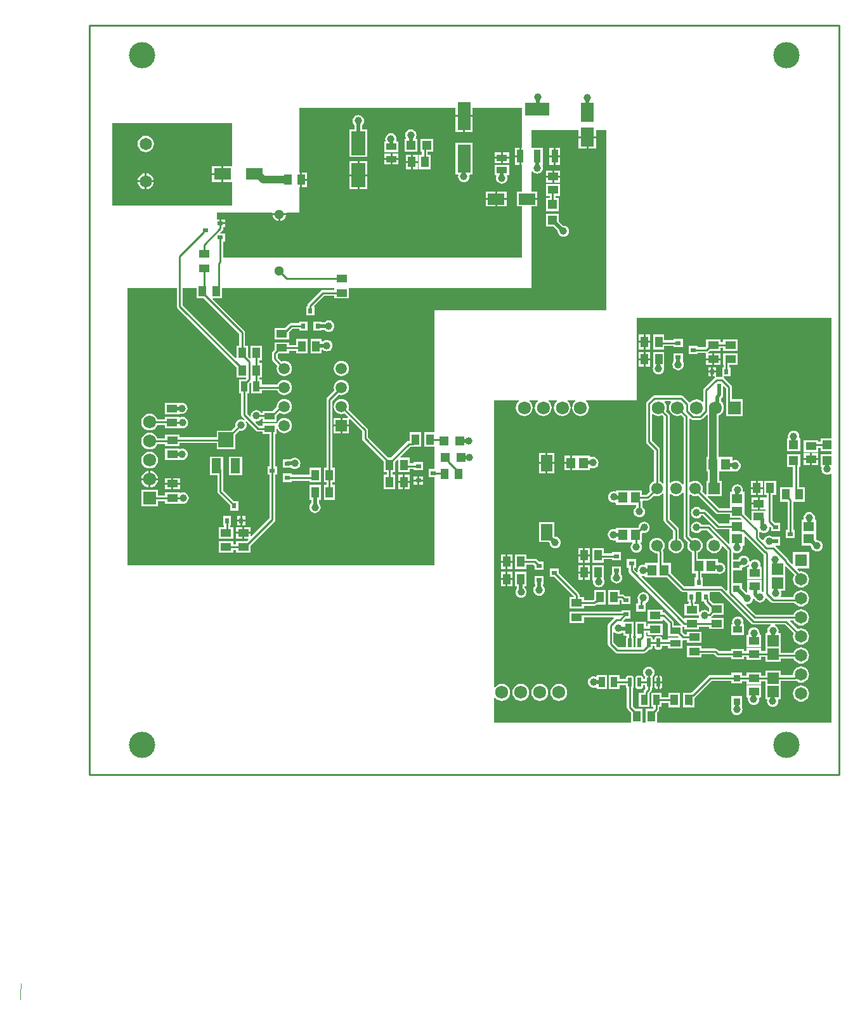
<source format=gtl>
G04*
G04 #@! TF.GenerationSoftware,Altium Limited,Altium Designer,20.2.7 (254)*
G04*
G04 Layer_Physical_Order=1*
G04 Layer_Color=255*
%FSLAX25Y25*%
%MOIN*%
G70*
G04*
G04 #@! TF.SameCoordinates,6A7C296C-3D1D-46A6-B2F7-2068CE29E54D*
G04*
G04*
G04 #@! TF.FilePolarity,Positive*
G04*
G01*
G75*
%ADD14C,0.01000*%
%ADD15C,0.00050*%
%ADD16R,0.02756X0.02362*%
%ADD17R,0.03937X0.05709*%
%ADD18R,0.06299X0.08583*%
%ADD19R,0.06299X0.08661*%
%ADD20R,0.05118X0.05709*%
%ADD21R,0.07284X0.12598*%
%ADD22R,0.05709X0.03937*%
%ADD23R,0.05472X0.03583*%
%ADD24R,0.04724X0.04724*%
%ADD25R,0.07087X0.14567*%
%ADD26R,0.03740X0.06890*%
%ADD27R,0.12598X0.06890*%
%ADD28R,0.07087X0.10236*%
%ADD29R,0.04331X0.05512*%
%ADD30R,0.05512X0.04331*%
%ADD32R,0.02200X0.02900*%
%ADD33R,0.05118X0.07874*%
%ADD34R,0.07874X0.07874*%
%ADD35R,0.06102X0.05906*%
%ADD36R,0.03740X0.03543*%
%ADD37R,0.04803X0.03583*%
%ADD38R,0.05709X0.05118*%
%ADD39R,0.02900X0.02200*%
%ADD40R,0.02362X0.02756*%
G04:AMPARAMS|DCode=41|XSize=21.65mil|YSize=49.21mil|CornerRadius=1.95mil|HoleSize=0mil|Usage=FLASHONLY|Rotation=0.000|XOffset=0mil|YOffset=0mil|HoleType=Round|Shape=RoundedRectangle|*
%AMROUNDEDRECTD41*
21,1,0.02165,0.04532,0,0,0.0*
21,1,0.01776,0.04921,0,0,0.0*
1,1,0.00390,0.00888,-0.02266*
1,1,0.00390,-0.00888,-0.02266*
1,1,0.00390,-0.00888,0.02266*
1,1,0.00390,0.00888,0.02266*
%
%ADD41ROUNDEDRECTD41*%
%ADD42R,0.04724X0.04724*%
%ADD43R,0.08858X0.05906*%
%ADD44R,0.03583X0.05472*%
%ADD45R,0.09055X0.06102*%
%ADD72C,0.06102*%
%ADD77R,0.06102X0.06102*%
%ADD83R,0.02756X0.02362*%
%ADD84C,0.01968*%
%ADD85C,0.03937*%
%ADD86C,0.06791*%
%ADD87C,0.05118*%
%ADD88C,0.05906*%
%ADD89R,0.05906X0.05906*%
%ADD90R,0.06791X0.06791*%
%ADD91C,0.06496*%
%ADD92R,0.06496X0.06496*%
%ADD93R,0.06791X0.06791*%
%ADD94C,0.03937*%
%ADD95C,0.13780*%
G36*
X271654Y244094D02*
X181102D01*
Y180076D01*
X175770D01*
Y172367D01*
X181102D01*
Y160646D01*
X178168D01*
Y156283D01*
X181102D01*
Y110236D01*
X19685D01*
Y255906D01*
X23622D01*
X45715D01*
Y246232D01*
X45831Y245647D01*
X46163Y245151D01*
X77092Y214221D01*
Y208675D01*
X82139D01*
X82217Y208175D01*
X81826Y207785D01*
X78406D01*
Y200312D01*
X79668D01*
Y188970D01*
X79785Y188385D01*
X80116Y187889D01*
X81352Y186653D01*
X81021Y186276D01*
X80944Y186336D01*
X80222Y186635D01*
X79447Y186737D01*
X78672Y186635D01*
X77950Y186336D01*
X77330Y185860D01*
X76854Y185240D01*
X76555Y184518D01*
X76453Y183743D01*
X76542Y183065D01*
X74385Y180908D01*
X66673D01*
Y177391D01*
X47207D01*
Y178830D01*
X39498D01*
Y176884D01*
X35620D01*
X35336Y177571D01*
X34631Y178489D01*
X33713Y179194D01*
X32644Y179637D01*
X31496Y179788D01*
X30349Y179637D01*
X29279Y179194D01*
X28361Y178489D01*
X27656Y177571D01*
X27213Y176502D01*
X27062Y175354D01*
X27213Y174207D01*
X27656Y173137D01*
X28361Y172219D01*
X29279Y171515D01*
X30349Y171072D01*
X31496Y170921D01*
X32644Y171072D01*
X33713Y171515D01*
X34631Y172219D01*
X35336Y173137D01*
X35620Y173825D01*
X39498D01*
Y172893D01*
X47207D01*
Y174332D01*
X66673D01*
Y171034D01*
X76547D01*
Y178745D01*
X78659Y180856D01*
X78672Y180851D01*
X79447Y180749D01*
X80222Y180851D01*
X80944Y181150D01*
X81564Y181626D01*
X82040Y182246D01*
X82339Y182968D01*
X82441Y183743D01*
X82339Y184518D01*
X82040Y185240D01*
X81980Y185317D01*
X82357Y185648D01*
X87275Y180730D01*
X87771Y180398D01*
X88357Y180282D01*
X90752D01*
Y179020D01*
X94445D01*
Y162016D01*
X93596D01*
Y157653D01*
X94445D01*
Y134697D01*
X84999Y125251D01*
X84537Y125442D01*
Y126638D01*
X81182D01*
Y124169D01*
X83264D01*
X83455Y123707D01*
X82374Y122626D01*
X76828D01*
Y121187D01*
X75465D01*
Y122626D01*
X67756D01*
Y116689D01*
X75465D01*
Y118128D01*
X76828D01*
Y116689D01*
X84537D01*
Y120463D01*
X97056Y132982D01*
X97387Y133478D01*
X97504Y134064D01*
Y157653D01*
X98352D01*
Y162016D01*
X97504D01*
Y179020D01*
X98224D01*
Y181681D01*
X98724Y181781D01*
X98834Y181516D01*
X99468Y180690D01*
X100293Y180057D01*
X101255Y179658D01*
X102287Y179523D01*
X103319Y179658D01*
X104280Y180057D01*
X105106Y180690D01*
X105739Y181516D01*
X106138Y182478D01*
X106274Y183509D01*
X106138Y184541D01*
X105739Y185503D01*
X105106Y186329D01*
X104280Y186962D01*
X103319Y187360D01*
X102287Y187496D01*
X101255Y187360D01*
X100293Y186962D01*
X99468Y186329D01*
X98834Y185503D01*
X98593Y184920D01*
X98224Y184602D01*
X97939Y184602D01*
X90752D01*
Y183340D01*
X88990D01*
X87167Y185164D01*
X87400Y185637D01*
X87586Y185613D01*
X88361Y185715D01*
X89083Y186014D01*
X89704Y186490D01*
X90154Y187078D01*
X90752D01*
Y185476D01*
X98224D01*
Y188896D01*
X99779Y190451D01*
X100293Y190057D01*
X101255Y189658D01*
X102287Y189523D01*
X103319Y189658D01*
X104280Y190057D01*
X105106Y190690D01*
X105739Y191516D01*
X106138Y192478D01*
X106274Y193509D01*
X106138Y194541D01*
X105739Y195503D01*
X105106Y196329D01*
X104280Y196962D01*
X103319Y197360D01*
X102287Y197496D01*
X101255Y197360D01*
X100293Y196962D01*
X99468Y196329D01*
X98834Y195503D01*
X98436Y194541D01*
X98300Y193509D01*
X98325Y193322D01*
X96061Y191059D01*
X90752D01*
Y190136D01*
X90154D01*
X89704Y190724D01*
X89083Y191200D01*
X88361Y191499D01*
X87586Y191601D01*
X86811Y191499D01*
X86089Y191200D01*
X85469Y190724D01*
X84993Y190104D01*
X84694Y189382D01*
X84592Y188607D01*
X84617Y188421D01*
X84143Y188188D01*
X82727Y189604D01*
Y200312D01*
X83989D01*
Y205622D01*
X84401Y206034D01*
X84863Y205842D01*
Y200312D01*
X90446D01*
Y201980D01*
X98642D01*
X98834Y201516D01*
X99468Y200690D01*
X100293Y200057D01*
X101255Y199658D01*
X102287Y199523D01*
X103319Y199658D01*
X104280Y200057D01*
X105106Y200690D01*
X105739Y201516D01*
X106138Y202478D01*
X106274Y203509D01*
X106138Y204541D01*
X105739Y205503D01*
X105106Y206329D01*
X104280Y206962D01*
X103319Y207360D01*
X102287Y207496D01*
X101255Y207360D01*
X100293Y206962D01*
X99468Y206329D01*
X98834Y205503D01*
X98642Y205039D01*
X90446D01*
Y207785D01*
X89070D01*
Y208675D01*
X90509D01*
Y216384D01*
X89070D01*
Y217747D01*
X90509D01*
Y225456D01*
X84572D01*
Y219020D01*
X84110Y218829D01*
X83029Y219910D01*
Y225456D01*
X81590D01*
Y232277D01*
X81474Y232862D01*
X81142Y233358D01*
X64614Y249886D01*
X64806Y250348D01*
X69470D01*
Y255523D01*
X69499Y255671D01*
Y255906D01*
X128533Y255906D01*
Y254747D01*
X122637D01*
X122052Y254631D01*
X121556Y254299D01*
X114870Y247613D01*
X114538Y247117D01*
X114422Y246532D01*
Y246032D01*
X113770D01*
Y241276D01*
X118132D01*
Y246032D01*
X118132D01*
X117980Y246398D01*
X123270Y251689D01*
X128533D01*
Y250249D01*
X136242D01*
Y255906D01*
X232283D01*
X232283Y298600D01*
X235235D01*
Y302053D01*
X229806D01*
Y303053D01*
X235235D01*
Y306506D01*
X232283D01*
Y316841D01*
X232784Y317011D01*
X233027Y316693D01*
X233647Y316217D01*
X234369Y315918D01*
X235144Y315816D01*
X235919Y315918D01*
X236641Y316217D01*
X237261Y316693D01*
X237737Y317314D01*
X238036Y318036D01*
X238138Y318811D01*
X238036Y319585D01*
X237842Y320054D01*
X238144Y320554D01*
X238196D01*
Y329444D01*
X232456D01*
X232283Y329872D01*
Y338583D01*
X256980D01*
Y335556D01*
X261524D01*
X266067D01*
Y338583D01*
X271654D01*
Y244094D01*
D02*
G37*
G36*
X74803Y319642D02*
X70185D01*
Y315591D01*
Y311539D01*
X74803D01*
Y299213D01*
X11811D01*
Y342520D01*
X74803D01*
Y319642D01*
D02*
G37*
G36*
X192166Y350394D02*
Y346661D01*
X196710D01*
X201253D01*
Y350394D01*
X227058D01*
Y329444D01*
X226771D01*
Y324999D01*
Y320554D01*
X227058D01*
Y306506D01*
X224377D01*
Y298600D01*
X227058D01*
Y271654D01*
X70131Y271654D01*
Y280172D01*
X71051D01*
Y284372D01*
X68846D01*
X68655Y284834D01*
X69683Y285862D01*
X70014Y286358D01*
X70131Y286943D01*
Y287672D01*
X71051D01*
Y289272D01*
X68601D01*
Y289772D01*
X68101D01*
Y291872D01*
X66929D01*
Y295276D01*
X95719D01*
X95900Y295070D01*
X99595D01*
X103291D01*
X103472Y295276D01*
X110210D01*
Y308842D01*
X110589D01*
Y312598D01*
Y316354D01*
X110210D01*
Y350394D01*
X114173D01*
X192166Y350394D01*
D02*
G37*
G36*
X56053Y250348D02*
X59827D01*
X78531Y231643D01*
Y225456D01*
X77092D01*
Y219200D01*
X76630Y219009D01*
X48774Y246866D01*
Y255906D01*
X56053D01*
Y250348D01*
D02*
G37*
G36*
X389764Y176787D02*
X384068D01*
Y174955D01*
X382804D01*
Y175902D01*
X375292D01*
Y169571D01*
X382804D01*
Y171896D01*
X384068D01*
Y170063D01*
X389764D01*
Y168520D01*
X384068D01*
Y161795D01*
X384363D01*
X384679Y161295D01*
X384598Y160680D01*
X384700Y159905D01*
X384999Y159183D01*
X385475Y158563D01*
X386095Y158087D01*
X386817Y157788D01*
X387592Y157686D01*
X388367Y157788D01*
X389089Y158087D01*
X389264Y158221D01*
X389764Y157974D01*
X389764Y27559D01*
X298047Y27559D01*
Y32580D01*
X298877Y33410D01*
X299208Y33906D01*
X299325Y34491D01*
Y35634D01*
X300587D01*
Y37841D01*
X304315D01*
Y35516D01*
X310252D01*
Y43224D01*
X304315D01*
Y40900D01*
X300587D01*
Y43106D01*
X295501D01*
X295200Y43106D01*
X294875Y43532D01*
X294920Y43678D01*
X294959Y43737D01*
X295251Y44175D01*
X295368Y44760D01*
Y45446D01*
X295588Y45593D01*
X295852Y45989D01*
X295945Y46455D01*
Y50986D01*
X295852Y51452D01*
X295768Y51578D01*
X295923Y51697D01*
X296399Y52318D01*
X296698Y53040D01*
X296800Y53815D01*
X296698Y54590D01*
X296399Y55312D01*
X295923Y55932D01*
X295303Y56408D01*
X294581Y56707D01*
X293806Y56809D01*
X293031Y56707D01*
X292309Y56408D01*
X291688Y55932D01*
X291213Y55312D01*
X290914Y54590D01*
X290812Y53815D01*
X290914Y53040D01*
X291213Y52318D01*
X291688Y51697D01*
X291887Y51545D01*
X291825Y51452D01*
X291733Y50986D01*
Y50250D01*
X290945D01*
Y50986D01*
X290852Y51452D01*
X290588Y51848D01*
X290193Y52112D01*
X289726Y52205D01*
X287951D01*
X287485Y52112D01*
X287089Y51848D01*
X286825Y51452D01*
X286733Y50986D01*
Y46455D01*
X286825Y45989D01*
X287089Y45593D01*
X287485Y45329D01*
X287951Y45236D01*
X289726D01*
X290193Y45329D01*
X290588Y45593D01*
X290852Y45989D01*
X290945Y46455D01*
Y47191D01*
X291733D01*
Y46455D01*
X291825Y45989D01*
X292089Y45593D01*
X291981Y45065D01*
X291548Y44633D01*
X291217Y44137D01*
X291101Y43551D01*
Y43106D01*
X288547D01*
Y35634D01*
X294130D01*
Y40514D01*
X294159Y40661D01*
Y42918D01*
X294614Y43373D01*
X294936Y43111D01*
X295004Y42936D01*
X295004Y42628D01*
Y35634D01*
X296266D01*
Y35125D01*
X295884Y34743D01*
X292110D01*
Y27559D01*
X290567D01*
Y34743D01*
X286793D01*
X285368Y36168D01*
Y45446D01*
X285588Y45593D01*
X285852Y45989D01*
X285945Y46455D01*
Y50986D01*
X285852Y51452D01*
X285588Y51848D01*
X285193Y52112D01*
X284726Y52205D01*
X282951D01*
X282485Y52112D01*
X282089Y51848D01*
X281825Y51452D01*
X281733Y50986D01*
Y50250D01*
X278449D01*
Y52514D01*
X272866D01*
Y45042D01*
X278449D01*
Y47191D01*
X281733D01*
Y46455D01*
X281825Y45989D01*
X282089Y45593D01*
X282309Y45446D01*
Y35534D01*
X282426Y34949D01*
X282757Y34453D01*
X284630Y32580D01*
Y27559D01*
X212598D01*
Y40396D01*
X213098Y40566D01*
X213400Y40172D01*
X214319Y39467D01*
X215388Y39025D01*
X216535Y38873D01*
X217683Y39025D01*
X218752Y39467D01*
X219671Y40172D01*
X220375Y41090D01*
X220818Y42160D01*
X220969Y43307D01*
X220818Y44455D01*
X220375Y45524D01*
X219671Y46442D01*
X218752Y47147D01*
X217683Y47590D01*
X216535Y47741D01*
X215388Y47590D01*
X214319Y47147D01*
X213400Y46442D01*
X213098Y46049D01*
X212598Y46218D01*
Y196850D01*
X225435D01*
X225605Y196350D01*
X225211Y196048D01*
X224507Y195130D01*
X224064Y194061D01*
X223913Y192913D01*
X224064Y191766D01*
X224507Y190697D01*
X225211Y189778D01*
X226130Y189074D01*
X227199Y188631D01*
X228346Y188480D01*
X229494Y188631D01*
X230563Y189074D01*
X231482Y189778D01*
X232186Y190697D01*
X232629Y191766D01*
X232780Y192913D01*
X232629Y194061D01*
X232186Y195130D01*
X231482Y196048D01*
X231088Y196350D01*
X231258Y196850D01*
X235435D01*
X235605Y196350D01*
X235211Y196048D01*
X234507Y195130D01*
X234064Y194061D01*
X233913Y192913D01*
X234064Y191766D01*
X234507Y190697D01*
X235211Y189778D01*
X236130Y189074D01*
X237199Y188631D01*
X238347Y188480D01*
X239494Y188631D01*
X240563Y189074D01*
X241481Y189778D01*
X242186Y190697D01*
X242629Y191766D01*
X242780Y192913D01*
X242629Y194061D01*
X242186Y195130D01*
X241481Y196048D01*
X241088Y196350D01*
X241258Y196850D01*
X245435D01*
X245605Y196350D01*
X245211Y196048D01*
X244507Y195130D01*
X244064Y194061D01*
X243913Y192913D01*
X244064Y191766D01*
X244507Y190697D01*
X245211Y189778D01*
X246130Y189074D01*
X247199Y188631D01*
X248346Y188480D01*
X249494Y188631D01*
X250563Y189074D01*
X251482Y189778D01*
X252186Y190697D01*
X252629Y191766D01*
X252780Y192913D01*
X252629Y194061D01*
X252186Y195130D01*
X251482Y196048D01*
X251088Y196350D01*
X251258Y196850D01*
X255042D01*
X255211Y196350D01*
X254818Y196048D01*
X254113Y195130D01*
X253670Y194061D01*
X253519Y192913D01*
X253670Y191766D01*
X254113Y190697D01*
X254818Y189778D01*
X255736Y189074D01*
X256805Y188631D01*
X257953Y188480D01*
X259100Y188631D01*
X260170Y189074D01*
X261088Y189778D01*
X261792Y190697D01*
X262235Y191766D01*
X262386Y192913D01*
X262235Y194061D01*
X261792Y195130D01*
X261088Y196048D01*
X260694Y196350D01*
X260864Y196850D01*
X287402D01*
Y240158D01*
X389764D01*
X389764Y176787D01*
D02*
G37*
%LPC*%
G36*
X266067Y334556D02*
X262024D01*
Y328938D01*
X266067D01*
Y334556D01*
D02*
G37*
G36*
X261024D02*
X256980D01*
Y328938D01*
X261024D01*
Y334556D01*
D02*
G37*
G36*
X247251Y329444D02*
X244881D01*
Y325499D01*
X247251D01*
Y329444D01*
D02*
G37*
G36*
X243881D02*
X241511D01*
Y325499D01*
X243881D01*
Y329444D01*
D02*
G37*
G36*
X247251Y324499D02*
X244881D01*
Y320554D01*
X247251D01*
Y324499D01*
D02*
G37*
G36*
X243881D02*
X241511D01*
Y320554D01*
X243881D01*
Y324499D01*
D02*
G37*
G36*
X247295Y317443D02*
X244039D01*
Y314778D01*
X247295D01*
Y317443D01*
D02*
G37*
G36*
X243039D02*
X239783D01*
Y314778D01*
X243039D01*
Y317443D01*
D02*
G37*
G36*
X247295Y313778D02*
X244039D01*
Y311113D01*
X247295D01*
Y313778D01*
D02*
G37*
G36*
X243039D02*
X239783D01*
Y311113D01*
X243039D01*
Y313778D01*
D02*
G37*
G36*
X247295Y310554D02*
X239783D01*
Y304223D01*
X241714D01*
Y302952D01*
X239881D01*
Y296227D01*
X246606D01*
Y302952D01*
X244773D01*
Y304223D01*
X247295D01*
Y310554D01*
D02*
G37*
G36*
X246606Y294684D02*
X239881D01*
Y287960D01*
X243745D01*
X245960Y285744D01*
X245938Y285580D01*
X246041Y284805D01*
X246340Y284083D01*
X246815Y283463D01*
X247435Y282987D01*
X248158Y282688D01*
X248933Y282586D01*
X249708Y282688D01*
X250430Y282987D01*
X251050Y283463D01*
X251526Y284083D01*
X251825Y284805D01*
X251927Y285580D01*
X251825Y286355D01*
X251526Y287077D01*
X251050Y287697D01*
X250430Y288173D01*
X249708Y288472D01*
X248933Y288574D01*
X248862Y288564D01*
X246606Y290821D01*
Y294684D01*
D02*
G37*
G36*
X125597Y238776D02*
X124822Y238674D01*
X124100Y238375D01*
X123479Y237899D01*
X123407Y237805D01*
X121872D01*
Y238158D01*
X117510D01*
Y233402D01*
X121872D01*
Y233758D01*
X123407D01*
X123479Y233664D01*
X124100Y233189D01*
X124822Y232890D01*
X125597Y232787D01*
X126372Y232890D01*
X127094Y233189D01*
X127714Y233664D01*
X128190Y234285D01*
X128489Y235007D01*
X128591Y235782D01*
X128489Y236557D01*
X128190Y237279D01*
X127714Y237899D01*
X127094Y238375D01*
X126372Y238674D01*
X125597Y238776D01*
D02*
G37*
G36*
X114392Y238158D02*
X110030D01*
Y237309D01*
X105909D01*
X105324Y237193D01*
X104828Y236861D01*
X102663Y234696D01*
X97117D01*
Y228759D01*
X104825D01*
Y232533D01*
X106543Y234250D01*
X110030D01*
Y233402D01*
X114392D01*
Y238158D01*
D02*
G37*
G36*
X114485Y229086D02*
X108548D01*
Y225777D01*
X104825D01*
Y227216D01*
X97117D01*
Y223442D01*
X96121Y222446D01*
X95790Y221950D01*
X95673Y221365D01*
Y218594D01*
X95790Y218008D01*
X96121Y217512D01*
X98628Y215005D01*
X98436Y214541D01*
X98300Y213509D01*
X98436Y212478D01*
X98834Y211516D01*
X99468Y210690D01*
X100293Y210057D01*
X101255Y209658D01*
X102287Y209523D01*
X103319Y209658D01*
X104280Y210057D01*
X105106Y210690D01*
X105739Y211516D01*
X106138Y212478D01*
X106274Y213509D01*
X106138Y214541D01*
X105739Y215503D01*
X105106Y216329D01*
X104280Y216962D01*
X103319Y217360D01*
X102287Y217496D01*
X101255Y217360D01*
X100791Y217168D01*
X98732Y219227D01*
Y220731D01*
X99280Y221279D01*
X104825D01*
Y222718D01*
X108548D01*
Y221377D01*
X114485D01*
Y229086D01*
D02*
G37*
G36*
X121966D02*
X116029D01*
Y221377D01*
X121966D01*
Y223341D01*
X122491D01*
X123061Y222904D01*
X123783Y222605D01*
X124558Y222503D01*
X125333Y222605D01*
X126055Y222904D01*
X126675Y223380D01*
X127151Y224000D01*
X127450Y224722D01*
X127552Y225497D01*
X127450Y226272D01*
X127151Y226994D01*
X126675Y227614D01*
X126055Y228090D01*
X125333Y228389D01*
X124558Y228491D01*
X123783Y228389D01*
X123061Y228090D01*
X122466Y227633D01*
X122352Y227652D01*
X121966Y227817D01*
Y229086D01*
D02*
G37*
G36*
X132287Y217496D02*
X131255Y217360D01*
X130293Y216962D01*
X129468Y216329D01*
X128834Y215503D01*
X128436Y214541D01*
X128300Y213509D01*
X128436Y212478D01*
X128834Y211516D01*
X129468Y210690D01*
X130293Y210057D01*
X131255Y209658D01*
X132287Y209523D01*
X133319Y209658D01*
X134280Y210057D01*
X135106Y210690D01*
X135740Y211516D01*
X136138Y212478D01*
X136274Y213509D01*
X136138Y214541D01*
X135740Y215503D01*
X135106Y216329D01*
X134280Y216962D01*
X133319Y217360D01*
X132287Y217496D01*
D02*
G37*
G36*
Y207496D02*
X131255Y207360D01*
X130293Y206962D01*
X129468Y206329D01*
X128834Y205503D01*
X128436Y204541D01*
X128300Y203509D01*
X128436Y202478D01*
X128628Y202013D01*
X124903Y198288D01*
X124571Y197792D01*
X124455Y197207D01*
Y161335D01*
X123016D01*
Y153626D01*
X124455D01*
Y152263D01*
X123016D01*
Y144554D01*
X128953D01*
Y152263D01*
X127514D01*
Y153626D01*
X128953D01*
Y161335D01*
X127514D01*
Y196573D01*
X130791Y199851D01*
X131255Y199658D01*
X132287Y199523D01*
X133319Y199658D01*
X134280Y200057D01*
X135106Y200690D01*
X135740Y201516D01*
X136138Y202478D01*
X136274Y203509D01*
X136138Y204541D01*
X135740Y205503D01*
X135106Y206329D01*
X134280Y206962D01*
X133319Y207360D01*
X132287Y207496D01*
D02*
G37*
G36*
X48381Y195571D02*
X47661Y195476D01*
X47161Y195488D01*
X47161Y195488D01*
X47161Y195488D01*
X39453D01*
Y189551D01*
X47161D01*
Y189551D01*
X47614Y189666D01*
X47661Y189677D01*
X48381Y189583D01*
X49156Y189685D01*
X49878Y189984D01*
X50498Y190460D01*
X50974Y191080D01*
X51273Y191802D01*
X51375Y192577D01*
X51273Y193352D01*
X50974Y194074D01*
X50498Y194694D01*
X49878Y195170D01*
X49156Y195469D01*
X48381Y195571D01*
D02*
G37*
G36*
X131787Y187462D02*
X128334D01*
Y184009D01*
X131787D01*
Y187462D01*
D02*
G37*
G36*
X31496Y189788D02*
X30349Y189637D01*
X29279Y189194D01*
X28361Y188489D01*
X27656Y187571D01*
X27213Y186502D01*
X27062Y185354D01*
X27213Y184207D01*
X27656Y183138D01*
X28361Y182219D01*
X29279Y181515D01*
X30349Y181072D01*
X31496Y180921D01*
X32644Y181072D01*
X33713Y181515D01*
X34631Y182219D01*
X35336Y183138D01*
X35620Y183825D01*
X39453D01*
Y182071D01*
X47161D01*
Y182071D01*
X47661Y182303D01*
X47986Y182169D01*
X48761Y182067D01*
X49536Y182169D01*
X50258Y182468D01*
X50878Y182944D01*
X51354Y183564D01*
X51653Y184286D01*
X51755Y185061D01*
X51653Y185836D01*
X51354Y186558D01*
X50878Y187178D01*
X50258Y187654D01*
X49536Y187953D01*
X48761Y188055D01*
X47986Y187953D01*
X47661Y187819D01*
X47161Y188008D01*
Y188008D01*
X39453D01*
Y186884D01*
X35620D01*
X35336Y187571D01*
X34631Y188489D01*
X33713Y189194D01*
X32644Y189637D01*
X31496Y189788D01*
D02*
G37*
G36*
X136240Y183009D02*
X132787D01*
Y179557D01*
X136240D01*
Y183009D01*
D02*
G37*
G36*
X131787D02*
X128334D01*
Y179557D01*
X131787D01*
Y183009D01*
D02*
G37*
G36*
X48533Y171418D02*
X47758Y171316D01*
X47449Y171188D01*
X47207Y171350D01*
Y171350D01*
X39498D01*
Y165413D01*
X47207D01*
Y165413D01*
X47528Y165627D01*
X47758Y165532D01*
X48533Y165430D01*
X49308Y165532D01*
X50030Y165831D01*
X50650Y166307D01*
X51126Y166927D01*
X51425Y167649D01*
X51527Y168424D01*
X51425Y169199D01*
X51126Y169921D01*
X50650Y170541D01*
X50030Y171017D01*
X49308Y171316D01*
X48533Y171418D01*
D02*
G37*
G36*
X31496Y169788D02*
X30349Y169637D01*
X29279Y169194D01*
X28361Y168489D01*
X27656Y167571D01*
X27213Y166502D01*
X27062Y165354D01*
X27213Y164207D01*
X27656Y163137D01*
X28361Y162219D01*
X29279Y161515D01*
X30349Y161072D01*
X31496Y160921D01*
X32644Y161072D01*
X33713Y161515D01*
X34631Y162219D01*
X35336Y163137D01*
X35779Y164207D01*
X35930Y165354D01*
X35779Y166502D01*
X35336Y167571D01*
X34631Y168489D01*
X33713Y169194D01*
X32644Y169637D01*
X31496Y169788D01*
D02*
G37*
G36*
X107752Y166623D02*
X106977Y166521D01*
X106255Y166222D01*
X105647Y165756D01*
X101470D01*
Y161394D01*
X105789D01*
X106255Y161036D01*
X106977Y160737D01*
X107752Y160635D01*
X108527Y160737D01*
X109249Y161036D01*
X109869Y161512D01*
X110345Y162132D01*
X110644Y162854D01*
X110746Y163629D01*
X110644Y164404D01*
X110345Y165126D01*
X109869Y165746D01*
X109249Y166222D01*
X108527Y166521D01*
X107752Y166623D01*
D02*
G37*
G36*
X132287Y197496D02*
X131255Y197360D01*
X130293Y196962D01*
X129468Y196329D01*
X128834Y195503D01*
X128436Y194541D01*
X128300Y193509D01*
X128436Y192478D01*
X128834Y191516D01*
X129468Y190690D01*
X130293Y190057D01*
X131255Y189658D01*
X132287Y189523D01*
X133319Y189658D01*
X133783Y189851D01*
X135709Y187924D01*
X135518Y187462D01*
X132787D01*
Y184009D01*
X136240D01*
Y186741D01*
X136702Y186932D01*
X143167Y180466D01*
Y176698D01*
X143283Y176113D01*
X143615Y175617D01*
X154667Y164564D01*
Y159018D01*
X156107D01*
Y157655D01*
X154667D01*
Y149946D01*
X160605D01*
Y157655D01*
X159165D01*
Y159018D01*
X160605D01*
Y164564D01*
X161686Y165646D01*
X162148Y165454D01*
Y159018D01*
X168085D01*
Y160675D01*
X170294D01*
Y160024D01*
X175050D01*
Y164386D01*
X170294D01*
Y163734D01*
X168085D01*
Y166727D01*
X163421D01*
X163229Y167189D01*
X168378Y172338D01*
X169790D01*
X169938Y172367D01*
X174227D01*
Y180076D01*
X168290D01*
Y175396D01*
X167745D01*
X167159Y175280D01*
X166663Y174949D01*
X158442Y166727D01*
X156830D01*
X146226Y177331D01*
Y181100D01*
X146109Y181685D01*
X145778Y182181D01*
X135946Y192014D01*
X136138Y192478D01*
X136274Y193509D01*
X136138Y194541D01*
X135740Y195503D01*
X135106Y196329D01*
X134280Y196962D01*
X133319Y197360D01*
X132287Y197496D01*
D02*
G37*
G36*
X121472Y161335D02*
X115535D01*
Y157624D01*
X106226D01*
Y158275D01*
X101470D01*
Y153913D01*
X106226D01*
Y154565D01*
X115535D01*
Y153626D01*
X121472D01*
Y161335D01*
D02*
G37*
G36*
X80169Y167207D02*
X73051D01*
Y157333D01*
X80169D01*
Y167207D01*
D02*
G37*
G36*
X31996Y159722D02*
Y155854D01*
X35864D01*
X35779Y156502D01*
X35336Y157571D01*
X34631Y158489D01*
X33713Y159194D01*
X32644Y159637D01*
X31996Y159722D01*
D02*
G37*
G36*
X30996Y159722D02*
X30349Y159637D01*
X29279Y159194D01*
X28361Y158489D01*
X27656Y157571D01*
X27213Y156502D01*
X27128Y155854D01*
X30996D01*
Y159722D01*
D02*
G37*
G36*
X175050Y156905D02*
X173172D01*
Y155224D01*
X175050D01*
Y156905D01*
D02*
G37*
G36*
X172172D02*
X170294D01*
Y155224D01*
X172172D01*
Y156905D01*
D02*
G37*
G36*
X168085Y157655D02*
X165616D01*
Y154301D01*
X168085D01*
Y157655D01*
D02*
G37*
G36*
X164616D02*
X162148D01*
Y154301D01*
X164616D01*
Y157655D01*
D02*
G37*
G36*
X47337Y155891D02*
X43982D01*
Y153422D01*
X47337D01*
Y155891D01*
D02*
G37*
G36*
X42982D02*
X39628D01*
Y153422D01*
X42982D01*
Y155891D01*
D02*
G37*
G36*
X175050Y154224D02*
X173172D01*
Y152543D01*
X175050D01*
Y154224D01*
D02*
G37*
G36*
X172172D02*
X170294D01*
Y152543D01*
X172172D01*
Y154224D01*
D02*
G37*
G36*
X30996Y154854D02*
X27128D01*
X27213Y154207D01*
X27656Y153138D01*
X28361Y152219D01*
X29279Y151515D01*
X30349Y151072D01*
X30996Y150987D01*
Y154854D01*
D02*
G37*
G36*
X35864D02*
X31996D01*
Y150987D01*
X32644Y151072D01*
X33713Y151515D01*
X34631Y152219D01*
X35336Y153138D01*
X35779Y154207D01*
X35864Y154854D01*
D02*
G37*
G36*
X47337Y152422D02*
X43982D01*
Y149954D01*
X47337D01*
Y152422D01*
D02*
G37*
G36*
X42982D02*
X39628D01*
Y149954D01*
X42982D01*
Y152422D01*
D02*
G37*
G36*
X168085Y153301D02*
X165616D01*
Y149946D01*
X168085D01*
Y153301D01*
D02*
G37*
G36*
X164616D02*
X162148D01*
Y149946D01*
X164616D01*
Y153301D01*
D02*
G37*
G36*
X35892Y149750D02*
X27100D01*
Y140959D01*
X35892D01*
Y143825D01*
X39628D01*
Y142473D01*
X47337D01*
Y142473D01*
X47837Y142723D01*
X48302Y142530D01*
X49076Y142428D01*
X49851Y142530D01*
X50573Y142829D01*
X51194Y143305D01*
X51669Y143925D01*
X51968Y144647D01*
X52071Y145422D01*
X51968Y146197D01*
X51669Y146919D01*
X51194Y147539D01*
X50573Y148015D01*
X49851Y148314D01*
X49076Y148416D01*
X48302Y148314D01*
X47837Y148122D01*
X47337Y148410D01*
Y148410D01*
X39628D01*
Y146884D01*
X35892D01*
Y149750D01*
D02*
G37*
G36*
X70170Y167207D02*
X63051D01*
Y157333D01*
X67140D01*
Y148903D01*
X67256Y148318D01*
X67588Y147822D01*
X73811Y141599D01*
Y138862D01*
X78011D01*
Y143762D01*
X75974D01*
X70199Y149537D01*
Y160211D01*
X70170Y160359D01*
Y167207D01*
D02*
G37*
G36*
X121472Y152263D02*
X115535D01*
Y144554D01*
X116429D01*
Y142773D01*
X116283Y142661D01*
X115807Y142041D01*
X115508Y141319D01*
X115406Y140544D01*
X115508Y139769D01*
X115807Y139047D01*
X116283Y138426D01*
X116903Y137951D01*
X117625Y137652D01*
X118401Y137549D01*
X119175Y137652D01*
X119897Y137951D01*
X120518Y138426D01*
X120993Y139047D01*
X121293Y139769D01*
X121395Y140544D01*
X121293Y141319D01*
X120993Y142041D01*
X120518Y142661D01*
X120475Y142693D01*
Y144554D01*
X121472D01*
Y152263D01*
D02*
G37*
G36*
X81761Y135962D02*
X80161D01*
Y134012D01*
X81761D01*
Y135962D01*
D02*
G37*
G36*
X79161D02*
X77561D01*
Y134012D01*
X79161D01*
Y135962D01*
D02*
G37*
G36*
X81761Y133012D02*
X80161D01*
Y131062D01*
X81761D01*
Y133012D01*
D02*
G37*
G36*
X79161D02*
X77561D01*
Y131062D01*
X79161D01*
Y133012D01*
D02*
G37*
G36*
X84537Y130106D02*
X81182D01*
Y127638D01*
X84537D01*
Y130106D01*
D02*
G37*
G36*
X80182D02*
X76828D01*
Y127638D01*
X80182D01*
Y130106D01*
D02*
G37*
G36*
X74261Y135962D02*
X70061D01*
Y131062D01*
X70631D01*
Y130106D01*
X67756D01*
Y124169D01*
X75465D01*
Y130106D01*
X73690D01*
Y131062D01*
X74261D01*
Y135962D01*
D02*
G37*
G36*
X80182Y126638D02*
X76828D01*
Y124169D01*
X80182D01*
Y126638D01*
D02*
G37*
G36*
X29405Y335815D02*
X28295Y335669D01*
X27262Y335241D01*
X26375Y334560D01*
X25694Y333673D01*
X25266Y332640D01*
X25120Y331530D01*
X25266Y330422D01*
X25694Y329388D01*
X26375Y328501D01*
X27262Y327820D01*
X28295Y327392D01*
X29405Y327246D01*
X30514Y327392D01*
X31547Y327820D01*
X32434Y328501D01*
X33115Y329388D01*
X33543Y330422D01*
X33689Y331530D01*
X33543Y332640D01*
X33115Y333673D01*
X32434Y334560D01*
X31547Y335241D01*
X30514Y335669D01*
X29405Y335815D01*
D02*
G37*
G36*
X69185Y319642D02*
X64157D01*
Y316090D01*
X69185D01*
Y319642D01*
D02*
G37*
G36*
X29904Y316064D02*
Y312346D01*
X33623D01*
X33543Y312954D01*
X33115Y313988D01*
X32434Y314875D01*
X31547Y315556D01*
X30514Y315984D01*
X29904Y316064D01*
D02*
G37*
G36*
X28905Y316064D02*
X28295Y315984D01*
X27262Y315556D01*
X26375Y314875D01*
X25694Y313988D01*
X25266Y312954D01*
X25186Y312346D01*
X28905D01*
Y316064D01*
D02*
G37*
G36*
X69185Y315090D02*
X64157D01*
Y311539D01*
X69185D01*
Y315090D01*
D02*
G37*
G36*
X33623Y311346D02*
X29904D01*
Y307627D01*
X30514Y307707D01*
X31547Y308135D01*
X32434Y308816D01*
X33115Y309703D01*
X33543Y310736D01*
X33623Y311346D01*
D02*
G37*
G36*
X28905D02*
X25186D01*
X25266Y310736D01*
X25694Y309703D01*
X26375Y308816D01*
X27262Y308135D01*
X28295Y307707D01*
X28905Y307627D01*
Y311346D01*
D02*
G37*
G36*
X201253Y345661D02*
X197210D01*
Y337878D01*
X201253D01*
Y345661D01*
D02*
G37*
G36*
X196210D02*
X192166D01*
Y337878D01*
X196210D01*
Y345661D01*
D02*
G37*
G36*
X168761Y339107D02*
X167986Y339005D01*
X167263Y338706D01*
X166643Y338230D01*
X166168Y337610D01*
X165868Y336888D01*
X165766Y336113D01*
X165868Y335338D01*
X166168Y334615D01*
X166241Y334519D01*
X166020Y334071D01*
X165476D01*
Y327346D01*
X172201D01*
Y334071D01*
X171501D01*
X171280Y334519D01*
X171353Y334615D01*
X171653Y335338D01*
X171755Y336113D01*
X171653Y336888D01*
X171353Y337610D01*
X170878Y338230D01*
X170258Y338706D01*
X169536Y339005D01*
X168761Y339107D01*
D02*
G37*
G36*
X158331Y337021D02*
X157556Y336919D01*
X156834Y336620D01*
X156213Y336144D01*
X155737Y335524D01*
X155438Y334802D01*
X155336Y334027D01*
X155433Y333291D01*
X155415Y333144D01*
X155179Y332791D01*
X154850D01*
Y327209D01*
X162322D01*
Y332791D01*
X161482D01*
X161246Y333144D01*
X161228Y333291D01*
X161325Y334027D01*
X161223Y334802D01*
X160924Y335524D01*
X160448Y336144D01*
X159828Y336620D01*
X159106Y336919D01*
X158331Y337021D01*
D02*
G37*
G36*
X225771Y329444D02*
X223401D01*
Y325499D01*
X225771D01*
Y329444D01*
D02*
G37*
G36*
X220345Y327027D02*
X217108D01*
Y324735D01*
X220345D01*
Y327027D01*
D02*
G37*
G36*
X216108D02*
X212872D01*
Y324735D01*
X216108D01*
Y327027D01*
D02*
G37*
G36*
X141131Y346679D02*
X140356Y346577D01*
X139634Y346278D01*
X139014Y345802D01*
X138538Y345182D01*
X138239Y344460D01*
X138136Y343685D01*
X138239Y342910D01*
X138538Y342188D01*
X139014Y341567D01*
X139108Y341495D01*
Y339189D01*
X136604D01*
Y324591D01*
X145888D01*
Y339189D01*
X143154D01*
Y341495D01*
X143248Y341567D01*
X143724Y342188D01*
X144023Y342910D01*
X144125Y343685D01*
X144023Y344460D01*
X143724Y345182D01*
X143248Y345802D01*
X142628Y346278D01*
X141906Y346577D01*
X141131Y346679D01*
D02*
G37*
G36*
X162322Y326335D02*
X159086D01*
Y324043D01*
X162322D01*
Y326335D01*
D02*
G37*
G36*
X158086D02*
X154850D01*
Y324043D01*
X158086D01*
Y326335D01*
D02*
G37*
G36*
X172411Y325731D02*
X169746D01*
Y322475D01*
X172411D01*
Y325731D01*
D02*
G37*
G36*
X168746D02*
X166081D01*
Y322475D01*
X168746D01*
Y325731D01*
D02*
G37*
G36*
X220345Y323735D02*
X217108D01*
Y321444D01*
X220345D01*
Y323735D01*
D02*
G37*
G36*
X216108D02*
X212872D01*
Y321444D01*
X216108D01*
Y323735D01*
D02*
G37*
G36*
X162322Y323043D02*
X159086D01*
Y320752D01*
X162322D01*
Y323043D01*
D02*
G37*
G36*
X158086D02*
X154850D01*
Y320752D01*
X158086D01*
Y323043D01*
D02*
G37*
G36*
X225771Y324499D02*
X223401D01*
Y320554D01*
X225771D01*
Y324499D01*
D02*
G37*
G36*
X180469Y334071D02*
X173744D01*
Y327346D01*
X174606D01*
Y325731D01*
X172970D01*
Y318219D01*
X179301D01*
Y325731D01*
X177665D01*
Y327346D01*
X180469D01*
Y334071D01*
D02*
G37*
G36*
X172411Y321475D02*
X169746D01*
Y318219D01*
X172411D01*
Y321475D01*
D02*
G37*
G36*
X168746D02*
X166081D01*
Y318219D01*
X168746D01*
Y321475D01*
D02*
G37*
G36*
X145888Y322260D02*
X141746D01*
Y315461D01*
X145888D01*
Y322260D01*
D02*
G37*
G36*
X140746D02*
X136604D01*
Y315461D01*
X140746D01*
Y322260D01*
D02*
G37*
G36*
X114254Y316354D02*
X111589D01*
Y313098D01*
X114254D01*
Y316354D01*
D02*
G37*
G36*
X201253Y332004D02*
X192166D01*
Y315437D01*
X193441D01*
X193743Y314937D01*
X193658Y314290D01*
X193760Y313515D01*
X194059Y312793D01*
X194535Y312173D01*
X195155Y311697D01*
X195877Y311398D01*
X196652Y311296D01*
X197427Y311398D01*
X198149Y311697D01*
X198769Y312173D01*
X199245Y312793D01*
X199544Y313515D01*
X199646Y314290D01*
X199561Y314937D01*
X199862Y315437D01*
X201253D01*
Y332004D01*
D02*
G37*
G36*
X220345Y320570D02*
X212872D01*
Y314987D01*
X213491D01*
X213768Y314571D01*
X213652Y314289D01*
X213550Y313515D01*
X213652Y312740D01*
X213951Y312017D01*
X214426Y311397D01*
X215047Y310922D01*
X215769Y310623D01*
X216544Y310521D01*
X217319Y310623D01*
X218041Y310922D01*
X218661Y311397D01*
X219137Y312017D01*
X219436Y312740D01*
X219538Y313515D01*
X219436Y314289D01*
X219319Y314571D01*
X219597Y314987D01*
X220345D01*
Y320570D01*
D02*
G37*
G36*
X114254Y312098D02*
X111589D01*
Y308842D01*
X114254D01*
Y312098D01*
D02*
G37*
G36*
X145888Y314461D02*
X141746D01*
Y307661D01*
X145888D01*
Y314461D01*
D02*
G37*
G36*
X140746D02*
X136604D01*
Y307661D01*
X140746D01*
Y314461D01*
D02*
G37*
G36*
X219093Y306506D02*
X214164D01*
Y303053D01*
X219093D01*
Y306506D01*
D02*
G37*
G36*
X213164D02*
X208235D01*
Y303053D01*
X213164D01*
Y306506D01*
D02*
G37*
G36*
X219093Y302053D02*
X214164D01*
Y298600D01*
X219093D01*
Y302053D01*
D02*
G37*
G36*
X213164D02*
X208235D01*
Y298600D01*
X213164D01*
Y302053D01*
D02*
G37*
G36*
X99095Y294070D02*
X96072D01*
X96128Y293641D01*
X96487Y292775D01*
X97057Y292032D01*
X97801Y291461D01*
X98666Y291103D01*
X99095Y291046D01*
Y294070D01*
D02*
G37*
G36*
X103119D02*
X100095D01*
Y291046D01*
X100525Y291103D01*
X101390Y291461D01*
X102134Y292032D01*
X102704Y292775D01*
X103063Y293641D01*
X103119Y294070D01*
D02*
G37*
G36*
X71051Y291872D02*
X69101D01*
Y290272D01*
X71051D01*
Y291872D01*
D02*
G37*
G36*
X294499Y231273D02*
X292031D01*
Y227919D01*
X294499D01*
Y231273D01*
D02*
G37*
G36*
X291031D02*
X288562D01*
Y227919D01*
X291031D01*
Y231273D01*
D02*
G37*
G36*
X340651Y228847D02*
X332943D01*
Y227408D01*
X331580D01*
Y228847D01*
X323871D01*
Y225073D01*
X323441Y224643D01*
X319555D01*
Y225294D01*
X314799D01*
Y220932D01*
X319555D01*
Y221584D01*
X323461D01*
X323871Y221366D01*
X323871Y221084D01*
Y218898D01*
X327225D01*
Y221367D01*
X325060D01*
X324908Y221866D01*
X325156Y222032D01*
X326034Y222910D01*
X331580D01*
Y224349D01*
X332943D01*
Y222910D01*
X340651D01*
Y228847D01*
D02*
G37*
G36*
X301979Y231273D02*
X296042D01*
Y223565D01*
X301979D01*
Y225324D01*
X306925D01*
Y224673D01*
X311681D01*
Y229035D01*
X306925D01*
Y228383D01*
X301979D01*
Y231273D01*
D02*
G37*
G36*
X294499Y226919D02*
X292031D01*
Y223565D01*
X294499D01*
Y226919D01*
D02*
G37*
G36*
X291031D02*
X288562D01*
Y223565D01*
X291031D01*
Y226919D01*
D02*
G37*
G36*
X331580Y221367D02*
X328225D01*
Y218898D01*
X331580D01*
Y221367D01*
D02*
G37*
G36*
X294499Y222201D02*
X292031D01*
Y218847D01*
X294499D01*
Y222201D01*
D02*
G37*
G36*
X291031D02*
X288562D01*
Y218847D01*
X291031D01*
Y222201D01*
D02*
G37*
G36*
X331580Y217898D02*
X328225D01*
Y215429D01*
X331580D01*
Y217898D01*
D02*
G37*
G36*
X327225D02*
X323871D01*
Y215429D01*
X327225D01*
Y217898D01*
D02*
G37*
G36*
X294499Y217847D02*
X292031D01*
Y214493D01*
X294499D01*
Y217847D01*
D02*
G37*
G36*
X291031D02*
X288562D01*
Y214493D01*
X291031D01*
Y217847D01*
D02*
G37*
G36*
X311681Y221554D02*
X306925D01*
Y217364D01*
X306658Y217016D01*
X306359Y216293D01*
X306256Y215518D01*
X306359Y214743D01*
X306658Y214021D01*
X307133Y213401D01*
X307753Y212926D01*
X308476Y212626D01*
X309251Y212524D01*
X310026Y212626D01*
X310748Y212926D01*
X311368Y213401D01*
X311843Y214021D01*
X312143Y214743D01*
X312245Y215518D01*
X312143Y216293D01*
X311843Y217016D01*
X311681Y217227D01*
Y221554D01*
D02*
G37*
G36*
X329246Y214239D02*
X327646D01*
Y212289D01*
X329246D01*
Y214239D01*
D02*
G37*
G36*
X326646D02*
X325046D01*
Y212289D01*
X326646D01*
Y214239D01*
D02*
G37*
G36*
X301979Y222201D02*
X296042D01*
Y214493D01*
X296042Y214493D01*
X296042D01*
X296004Y214009D01*
X295922Y213380D01*
X296024Y212605D01*
X296323Y211883D01*
X296799Y211263D01*
X297419Y210787D01*
X298141Y210488D01*
X298916Y210386D01*
X299691Y210488D01*
X300413Y210787D01*
X301033Y211263D01*
X301509Y211883D01*
X301808Y212605D01*
X301910Y213380D01*
X301829Y213993D01*
X301979Y214493D01*
X301979D01*
Y222201D01*
D02*
G37*
G36*
X326646Y211289D02*
X325046D01*
Y209339D01*
X326646D01*
Y211289D01*
D02*
G37*
G36*
X340651Y221367D02*
X332943D01*
Y215429D01*
X333116D01*
Y214239D01*
X332546D01*
Y209454D01*
X332450Y209244D01*
X332192Y208987D01*
X329600D01*
X329342Y209244D01*
X329246Y209454D01*
Y211289D01*
X327646D01*
Y209339D01*
X328492D01*
X328553Y209256D01*
X328433Y208576D01*
X328378Y208539D01*
X322920Y203082D01*
X322589Y202586D01*
X322473Y202001D01*
Y196210D01*
X321973Y196095D01*
X321114Y196753D01*
X320045Y197196D01*
X318898Y197347D01*
X317750Y197196D01*
X316681Y196753D01*
X315763Y196048D01*
X315559Y195783D01*
X315059Y195799D01*
X314979Y195918D01*
X312007Y198890D01*
X311511Y199222D01*
X310926Y199338D01*
X296870D01*
X296285Y199222D01*
X295788Y198890D01*
X292920Y196023D01*
X292589Y195527D01*
X292473Y194941D01*
Y174992D01*
X292589Y174407D01*
X292920Y173911D01*
X296578Y170254D01*
Y154242D01*
X296064Y154029D01*
X295218Y153379D01*
X294568Y152533D01*
X294160Y151548D01*
X294021Y150490D01*
X294160Y149432D01*
X294373Y148919D01*
X292675Y147222D01*
X290272D01*
Y149524D01*
X276658D01*
Y149210D01*
X276263Y148894D01*
X276157Y148902D01*
X275395Y149002D01*
X274620Y148900D01*
X273898Y148601D01*
X273278Y148125D01*
X272802Y147505D01*
X272503Y146783D01*
X272401Y146008D01*
X272503Y145233D01*
X272802Y144511D01*
X273278Y143891D01*
X273898Y143415D01*
X274620Y143116D01*
X275395Y143014D01*
X276157Y143114D01*
X276263Y143122D01*
X276658Y142806D01*
Y141815D01*
X287324D01*
Y140912D01*
X286736Y140462D01*
X286261Y139841D01*
X285961Y139119D01*
X285859Y138344D01*
X285961Y137569D01*
X286261Y136847D01*
X286736Y136227D01*
X287356Y135751D01*
X288078Y135452D01*
X288853Y135350D01*
X289628Y135452D01*
X290351Y135751D01*
X290971Y136227D01*
X291446Y136847D01*
X291745Y137569D01*
X291848Y138344D01*
X291745Y139119D01*
X291446Y139841D01*
X290971Y140462D01*
X290383Y140912D01*
Y143528D01*
X290356Y143663D01*
X290737Y144154D01*
X290767Y144163D01*
X293309D01*
X293894Y144279D01*
X294391Y144611D01*
X296536Y146756D01*
X297049Y146543D01*
X298107Y146404D01*
X299165Y146543D01*
X300150Y146951D01*
X300996Y147601D01*
X301147Y147797D01*
X301620Y147636D01*
Y133858D01*
X301737Y133273D01*
X302068Y132777D01*
X306577Y128268D01*
Y124241D01*
X306064Y124029D01*
X305218Y123379D01*
X304568Y122533D01*
X304160Y121548D01*
X304021Y120490D01*
X304160Y119432D01*
X304568Y118447D01*
X305218Y117601D01*
X306064Y116951D01*
X307049Y116543D01*
X308107Y116404D01*
X309165Y116543D01*
X310150Y116951D01*
X310996Y117601D01*
X311646Y118447D01*
X312054Y119432D01*
X312193Y120490D01*
X312054Y121548D01*
X311646Y122533D01*
X310996Y123379D01*
X310150Y124029D01*
X309636Y124241D01*
Y128901D01*
X309520Y129486D01*
X309188Y129982D01*
X304679Y134492D01*
Y147525D01*
X305153Y147686D01*
X305218Y147601D01*
X306064Y146951D01*
X307049Y146543D01*
X308107Y146404D01*
X309165Y146543D01*
X310150Y146951D01*
X310996Y147601D01*
X311526Y148292D01*
X312026Y148122D01*
Y125041D01*
X312143Y124456D01*
X312474Y123960D01*
X314373Y122061D01*
X314160Y121548D01*
X314021Y120490D01*
X314160Y119432D01*
X314568Y118447D01*
X315218Y117601D01*
X316064Y116951D01*
X316578Y116738D01*
Y110583D01*
X316584Y110548D01*
Y105733D01*
X318525D01*
Y103623D01*
X317907D01*
Y99007D01*
X312601D01*
X305524Y106084D01*
Y111335D01*
X301435D01*
Y117310D01*
X301319Y117895D01*
X301274Y117963D01*
X301646Y118447D01*
X302054Y119432D01*
X302193Y120490D01*
X302054Y121548D01*
X301646Y122533D01*
X300996Y123379D01*
X300150Y124029D01*
X299165Y124437D01*
X298107Y124576D01*
X297049Y124437D01*
X296064Y124029D01*
X295218Y123379D01*
X294568Y122533D01*
X294160Y121548D01*
X294021Y120490D01*
X294160Y119432D01*
X294568Y118447D01*
X295218Y117601D01*
X296064Y116951D01*
X297049Y116543D01*
X298107Y116404D01*
X298377Y116167D01*
Y111335D01*
X291910D01*
Y110800D01*
X291410Y110403D01*
X290976Y110460D01*
X290201Y110358D01*
X289479Y110059D01*
X288859Y109583D01*
X288383Y108963D01*
X288084Y108241D01*
X287982Y107466D01*
X288079Y106731D01*
X288043Y106692D01*
X287537Y106566D01*
X286201Y107902D01*
Y108897D01*
X287049D01*
Y113259D01*
X282293D01*
Y108897D01*
X283142D01*
Y107269D01*
X283258Y106684D01*
X283590Y106187D01*
X310938Y78839D01*
X310747Y78377D01*
X306970D01*
Y79959D01*
X306854Y80544D01*
X306522Y81041D01*
X302606Y84957D01*
X302110Y85288D01*
X301525Y85404D01*
X301025D01*
Y86844D01*
X293316D01*
Y80906D01*
X301025D01*
Y81559D01*
X301487Y81750D01*
X303911Y79325D01*
Y76877D01*
X303941Y76729D01*
Y72794D01*
X309250D01*
X309663Y72382D01*
X309471Y71920D01*
X303941D01*
Y70919D01*
X300945D01*
Y71655D01*
X300852Y72122D01*
X300588Y72517D01*
X300193Y72781D01*
X299726Y72874D01*
X297951D01*
X297485Y72781D01*
X297089Y72517D01*
X296825Y72122D01*
X296732Y71655D01*
Y70919D01*
X295945D01*
Y71655D01*
X295852Y72122D01*
X295588Y72517D01*
X295193Y72781D01*
X294726Y72874D01*
X292951D01*
X292864Y72857D01*
X292445Y73283D01*
Y74865D01*
X293316D01*
Y73426D01*
X301025D01*
Y79363D01*
X293316D01*
Y77924D01*
X292445D01*
Y80525D01*
X286862D01*
Y73052D01*
X286990D01*
X287142Y72552D01*
X287089Y72517D01*
X286825Y72122D01*
X286733Y71655D01*
Y67124D01*
X286597Y66958D01*
X286081D01*
X285945Y67124D01*
Y71655D01*
X285852Y72122D01*
X285588Y72517D01*
X285535Y72552D01*
X285687Y73052D01*
X285988D01*
Y80525D01*
X280797Y80525D01*
X280796D01*
X280796D01*
X280669Y80525D01*
X280584Y80729D01*
X280462Y81025D01*
X281593Y82156D01*
X284330D01*
Y86356D01*
X279430D01*
Y85785D01*
X259760D01*
Y85843D01*
X252051D01*
Y79905D01*
X259760D01*
Y82727D01*
X275157D01*
X275364Y82227D01*
X272723Y79585D01*
X272392Y79089D01*
X272275Y78504D01*
Y68715D01*
X272392Y68130D01*
X272723Y67634D01*
X276009Y64348D01*
X276505Y64016D01*
X277091Y63900D01*
X291256D01*
X291841Y64016D01*
X292337Y64348D01*
X293895Y65906D01*
X294726D01*
X295193Y65999D01*
X295588Y66263D01*
X295852Y66658D01*
X295945Y67124D01*
Y67860D01*
X296732D01*
Y67124D01*
X296825Y66658D01*
X297089Y66263D01*
X297485Y65999D01*
X297951Y65906D01*
X299726D01*
X300193Y65999D01*
X300588Y66263D01*
X300852Y66658D01*
X300945Y67124D01*
Y67860D01*
X303941D01*
Y66338D01*
X311413D01*
Y70440D01*
X311800Y70757D01*
X311951Y70727D01*
X313841D01*
Y69288D01*
X321549D01*
Y75225D01*
X313841D01*
Y73786D01*
X312584D01*
X311413Y74957D01*
Y77734D01*
X311913Y78001D01*
X311995Y77947D01*
X312494Y77848D01*
Y76392D01*
X320203D01*
Y77831D01*
X325552D01*
Y76583D01*
X333260D01*
Y82520D01*
X326756D01*
X326604Y83020D01*
X326806Y83155D01*
X327715Y84063D01*
X333260D01*
Y90000D01*
X327715D01*
X325887Y91828D01*
Y92773D01*
X325857Y92920D01*
X325857Y95823D01*
X326305Y95949D01*
X331235D01*
X333385Y93798D01*
X333537Y93572D01*
X347490Y79618D01*
X347986Y79287D01*
X348002Y79284D01*
X348189Y79159D01*
X348775Y79042D01*
X357858D01*
X357958Y78542D01*
X357546Y78371D01*
X356926Y77896D01*
X356450Y77276D01*
X356151Y76553D01*
X356049Y75779D01*
X356148Y75024D01*
X356150Y74920D01*
X355842Y74524D01*
X355054D01*
Y66618D01*
Y65014D01*
X352805D01*
Y66650D01*
X345293D01*
Y65014D01*
X343969D01*
Y66202D01*
X337166D01*
Y64941D01*
X330674D01*
X329756Y65858D01*
X329260Y66189D01*
X328675Y66306D01*
X321549D01*
Y67745D01*
X313841D01*
Y61808D01*
X321549D01*
Y63247D01*
X328042D01*
X328959Y62330D01*
X329455Y61998D01*
X330040Y61882D01*
X337166D01*
Y60620D01*
X343969D01*
Y61955D01*
X345293D01*
Y60319D01*
X352805D01*
Y61955D01*
X355054D01*
Y59335D01*
X363156D01*
Y61170D01*
X369885D01*
X370139Y60557D01*
X370820Y59670D01*
X371707Y58989D01*
X372741Y58561D01*
X373849Y58415D01*
X374958Y58561D01*
X375992Y58989D01*
X376879Y59670D01*
X377560Y60557D01*
X377988Y61591D01*
X378134Y62700D01*
X377988Y63809D01*
X377560Y64842D01*
X376879Y65729D01*
X375992Y66410D01*
X374958Y66839D01*
X373849Y66984D01*
X372741Y66839D01*
X371707Y66410D01*
X370820Y65729D01*
X370139Y64842D01*
X369885Y64229D01*
X363156D01*
Y66618D01*
Y74524D01*
X362243D01*
X361936Y74920D01*
X361937Y75024D01*
X362037Y75779D01*
X361935Y76553D01*
X361636Y77276D01*
X361160Y77896D01*
X360540Y78371D01*
X360128Y78542D01*
X360227Y79042D01*
X365344D01*
X369965Y74422D01*
X369711Y73809D01*
X369565Y72700D01*
X369711Y71591D01*
X370139Y70557D01*
X370820Y69670D01*
X371707Y68989D01*
X372741Y68561D01*
X373849Y68415D01*
X374958Y68561D01*
X375992Y68989D01*
X376879Y69670D01*
X377560Y70557D01*
X377988Y71591D01*
X378134Y72700D01*
X377988Y73809D01*
X377560Y74842D01*
X376879Y75730D01*
X375992Y76411D01*
X374958Y76838D01*
X373849Y76985D01*
X372741Y76838D01*
X372128Y76585D01*
X368004Y80708D01*
X368195Y81170D01*
X369885D01*
X370139Y80557D01*
X370820Y79670D01*
X371707Y78989D01*
X372741Y78561D01*
X373849Y78415D01*
X374958Y78561D01*
X375992Y78989D01*
X376879Y79670D01*
X377560Y80557D01*
X377988Y81591D01*
X378134Y82700D01*
X377988Y83809D01*
X377560Y84842D01*
X376879Y85729D01*
X375992Y86410D01*
X374958Y86839D01*
X373849Y86984D01*
X372741Y86839D01*
X371707Y86410D01*
X370820Y85729D01*
X370139Y84842D01*
X369885Y84229D01*
X350033D01*
X345032Y89230D01*
X345265Y89704D01*
X345620Y89657D01*
X346395Y89759D01*
X347117Y90058D01*
X347737Y90534D01*
X348213Y91154D01*
X348512Y91876D01*
X348592Y92486D01*
X349077Y92708D01*
X349584Y92201D01*
X349644Y92057D01*
X350119Y91436D01*
X350740Y90961D01*
X351462Y90662D01*
X352237Y90560D01*
X353012Y90662D01*
X353734Y90961D01*
X354354Y91436D01*
X354830Y92057D01*
X355129Y92779D01*
X355149Y92929D01*
X355622Y93090D01*
X357937Y90775D01*
X358433Y90443D01*
X359018Y90327D01*
X370316D01*
X370820Y89670D01*
X371707Y88989D01*
X372741Y88561D01*
X373849Y88415D01*
X374958Y88561D01*
X375992Y88989D01*
X376879Y89670D01*
X377560Y90557D01*
X377988Y91591D01*
X378134Y92700D01*
X377988Y93809D01*
X377560Y94842D01*
X376879Y95730D01*
X375992Y96411D01*
X374958Y96838D01*
X373849Y96984D01*
X372741Y96838D01*
X371707Y96411D01*
X370820Y95730D01*
X370139Y94842D01*
X369711Y93809D01*
X369655Y93386D01*
X363266D01*
X363238Y93443D01*
X363072Y93886D01*
X363347Y94550D01*
X363449Y95325D01*
X363347Y96100D01*
X363228Y96387D01*
X363506Y96802D01*
X365600D01*
Y104086D01*
Y109296D01*
X366062Y109488D01*
X370386Y105164D01*
X370139Y104842D01*
X369711Y103809D01*
X369565Y102700D01*
X369711Y101591D01*
X370139Y100557D01*
X370820Y99670D01*
X371707Y98989D01*
X372741Y98561D01*
X373849Y98415D01*
X374958Y98561D01*
X375992Y98989D01*
X376879Y99670D01*
X377560Y100557D01*
X377988Y101591D01*
X378134Y102700D01*
X377988Y103809D01*
X377560Y104842D01*
X376879Y105729D01*
X375992Y106410D01*
X374958Y106839D01*
X373849Y106984D01*
X373003Y106873D01*
X371886Y107990D01*
X372077Y108452D01*
X378098D01*
Y116948D01*
X369601D01*
Y110928D01*
X369140Y110736D01*
X367418Y112458D01*
X367327Y112915D01*
X366996Y113411D01*
X360352Y120055D01*
X360559Y120555D01*
X362766D01*
Y124917D01*
X358986D01*
X358588Y125223D01*
X357866Y125522D01*
X357091Y125624D01*
X356316Y125522D01*
X355594Y125223D01*
X354974Y124747D01*
X354498Y124127D01*
X354223Y123462D01*
X353793Y123266D01*
X353732Y123246D01*
X351974Y125005D01*
Y127358D01*
X352473Y127605D01*
X352834Y127328D01*
X353556Y127029D01*
X354331Y126927D01*
X355106Y127029D01*
X355828Y127328D01*
X356448Y127804D01*
X356924Y128424D01*
X357223Y129146D01*
X357325Y129921D01*
X357318Y129975D01*
X357786Y130248D01*
X358010Y130080D01*
Y128035D01*
X362766D01*
Y132397D01*
X360173D01*
X358823Y133747D01*
Y146984D01*
X360675D01*
Y154496D01*
X354344D01*
Y146984D01*
X355765D01*
Y146075D01*
X355418Y145719D01*
X355264Y145719D01*
X352162D01*
Y142554D01*
Y139388D01*
X355027D01*
X355188Y139108D01*
X355027Y138829D01*
X347906D01*
Y134011D01*
X347444Y133819D01*
X344128Y137135D01*
Y141468D01*
Y148586D01*
X343611D01*
X343264Y149086D01*
X343335Y149631D01*
X343233Y150406D01*
X342934Y151128D01*
X342458Y151749D01*
X341838Y152224D01*
X341116Y152524D01*
X340341Y152626D01*
X339566Y152524D01*
X338844Y152224D01*
X338224Y151749D01*
X337748Y151128D01*
X337449Y150406D01*
X337347Y149631D01*
X337419Y149086D01*
X337072Y148586D01*
X336420D01*
Y141468D01*
Y140060D01*
X330699D01*
X324783Y145977D01*
X324974Y146439D01*
X332158D01*
Y154541D01*
X330881D01*
Y159271D01*
X337722D01*
Y159323D01*
X338138Y159601D01*
X338419Y159485D01*
X339194Y159383D01*
X339969Y159485D01*
X340691Y159784D01*
X341311Y160259D01*
X341787Y160880D01*
X342086Y161602D01*
X342188Y162377D01*
X342086Y163152D01*
X341787Y163874D01*
X341311Y164494D01*
X340691Y164970D01*
X339969Y165269D01*
X339194Y165371D01*
X338419Y165269D01*
X338138Y165152D01*
X337722Y165430D01*
Y166979D01*
X330661D01*
Y188886D01*
X331114Y189074D01*
X332033Y189778D01*
X332737Y190697D01*
X333180Y191766D01*
X333331Y192913D01*
X333180Y194061D01*
X332737Y195130D01*
X332033Y196048D01*
X331844Y196194D01*
Y197673D01*
X332326Y198156D01*
X332765Y198812D01*
X332919Y199586D01*
Y201539D01*
X332996D01*
Y203978D01*
X333458Y204170D01*
X334473Y203155D01*
Y195809D01*
X334502Y195661D01*
Y188518D01*
X343293D01*
Y197309D01*
X337531D01*
Y203788D01*
X337415Y204373D01*
X337083Y204870D01*
X333414Y208539D01*
X333358Y208576D01*
X333239Y209256D01*
X333299Y209339D01*
X336746D01*
Y214239D01*
X336175D01*
Y215429D01*
X340651D01*
Y221367D01*
D02*
G37*
G36*
X369968Y180820D02*
X369193Y180718D01*
X368471Y180419D01*
X367851Y179943D01*
X367375Y179323D01*
X367076Y178601D01*
X366974Y177826D01*
X367044Y177287D01*
X366694Y176787D01*
X366614D01*
Y170063D01*
X373338D01*
Y176787D01*
X373241D01*
X372891Y177287D01*
X372962Y177826D01*
X372860Y178601D01*
X372561Y179323D01*
X372085Y179943D01*
X371465Y180419D01*
X370743Y180718D01*
X369968Y180820D01*
D02*
G37*
G36*
X382804Y169012D02*
X379548D01*
Y166347D01*
X382804D01*
Y169012D01*
D02*
G37*
G36*
X378548D02*
X375292D01*
Y166347D01*
X378548D01*
Y169012D01*
D02*
G37*
G36*
X252422Y167681D02*
X249363D01*
Y164327D01*
X252422D01*
Y167681D01*
D02*
G37*
G36*
X244307Y169051D02*
X240657D01*
Y164260D01*
X244307D01*
Y169051D01*
D02*
G37*
G36*
X239657D02*
X236008D01*
Y164260D01*
X239657D01*
Y169051D01*
D02*
G37*
G36*
X382804Y165347D02*
X379548D01*
Y162681D01*
X382804D01*
Y165347D01*
D02*
G37*
G36*
X378548D02*
X375292D01*
Y162681D01*
X378548D01*
Y165347D01*
D02*
G37*
G36*
X262977Y167681D02*
X253422D01*
Y163827D01*
Y159972D01*
X262977D01*
Y160964D01*
X263393Y161242D01*
X263662Y161130D01*
X264437Y161028D01*
X265212Y161130D01*
X265934Y161429D01*
X266554Y161905D01*
X267030Y162525D01*
X267329Y163248D01*
X267431Y164022D01*
X267329Y164797D01*
X267030Y165519D01*
X266554Y166140D01*
X265934Y166615D01*
X265212Y166914D01*
X264437Y167016D01*
X263662Y166914D01*
X263393Y166803D01*
X262977Y167081D01*
Y167681D01*
D02*
G37*
G36*
X252422Y163327D02*
X249363D01*
Y159972D01*
X252422D01*
Y163327D01*
D02*
G37*
G36*
X244307Y163260D02*
X240657D01*
Y158468D01*
X244307D01*
Y163260D01*
D02*
G37*
G36*
X239657D02*
X236008D01*
Y158468D01*
X239657D01*
Y163260D01*
D02*
G37*
G36*
X353785Y154496D02*
X351119D01*
Y151240D01*
X353785D01*
Y154496D01*
D02*
G37*
G36*
X350119D02*
X347454D01*
Y151240D01*
X350119D01*
Y154496D01*
D02*
G37*
G36*
X353785Y150240D02*
X351119D01*
Y146984D01*
X353785D01*
Y150240D01*
D02*
G37*
G36*
X350119D02*
X347454D01*
Y146984D01*
X350119D01*
Y150240D01*
D02*
G37*
G36*
X373338Y168520D02*
X366614D01*
Y161795D01*
X369615D01*
Y148928D01*
X369644Y148780D01*
Y146355D01*
X369144Y146088D01*
X369085Y146127D01*
Y151018D01*
X362754D01*
Y143507D01*
X366732D01*
Y128657D01*
X365884D01*
Y124295D01*
X370640D01*
Y128657D01*
X369791D01*
Y143507D01*
X375975D01*
Y151018D01*
X372673D01*
Y161795D01*
X373338D01*
Y168520D01*
D02*
G37*
G36*
X351162Y145719D02*
X347906D01*
Y143054D01*
X351162D01*
Y145719D01*
D02*
G37*
G36*
Y142054D02*
X347906D01*
Y139388D01*
X351162D01*
Y142054D01*
D02*
G37*
G36*
X291339Y132915D02*
X290564Y132813D01*
X289842Y132514D01*
X289221Y132038D01*
X288746Y131418D01*
X288446Y130696D01*
X288368Y130097D01*
X288109Y129839D01*
X276658D01*
Y129255D01*
X276242Y128977D01*
X276077Y129045D01*
X275302Y129147D01*
X274527Y129045D01*
X273805Y128746D01*
X273185Y128270D01*
X272709Y127650D01*
X272410Y126928D01*
X272308Y126153D01*
X272410Y125378D01*
X272709Y124656D01*
X273185Y124036D01*
X273805Y123560D01*
X274527Y123261D01*
X275302Y123159D01*
X276077Y123261D01*
X276242Y123329D01*
X276658Y123052D01*
Y122130D01*
X285021D01*
X285153Y121630D01*
X284736Y121086D01*
X284436Y120364D01*
X284334Y119589D01*
X284436Y118814D01*
X284736Y118092D01*
X285211Y117472D01*
X285831Y116996D01*
X286554Y116697D01*
X287329Y116595D01*
X288104Y116697D01*
X288826Y116996D01*
X289446Y117472D01*
X289921Y118092D01*
X290221Y118814D01*
X290323Y119589D01*
X290221Y120364D01*
X289921Y121086D01*
X289504Y121630D01*
X289636Y122130D01*
X290272D01*
Y126664D01*
X290772Y127002D01*
X291339Y126927D01*
X292113Y127029D01*
X292836Y127328D01*
X293456Y127804D01*
X293932Y128424D01*
X294231Y129146D01*
X294333Y129921D01*
X294231Y130696D01*
X293932Y131418D01*
X293456Y132038D01*
X292836Y132514D01*
X292113Y132813D01*
X291339Y132915D01*
D02*
G37*
G36*
X244307Y132909D02*
X236008D01*
Y122248D01*
X241157D01*
X241599Y122075D01*
X241701Y121300D01*
X242000Y120578D01*
X242475Y119958D01*
X243095Y119483D01*
X243818Y119183D01*
X244593Y119081D01*
X245368Y119183D01*
X246090Y119483D01*
X246710Y119958D01*
X247186Y120578D01*
X247485Y121300D01*
X247587Y122075D01*
X247485Y122850D01*
X247186Y123573D01*
X246710Y124193D01*
X246090Y124669D01*
X245368Y124968D01*
X244593Y125070D01*
X244307Y125535D01*
Y132909D01*
D02*
G37*
G36*
X378152Y138059D02*
X377377Y137957D01*
X376655Y137658D01*
X376035Y137182D01*
X375559Y136562D01*
X375260Y135839D01*
X375158Y135065D01*
X375229Y134527D01*
X374878Y134027D01*
X374082D01*
Y126909D01*
Y120413D01*
X378930D01*
X379255Y120088D01*
X379331Y119505D01*
X379631Y118783D01*
X380106Y118163D01*
X380727Y117687D01*
X381449Y117388D01*
X382224Y117286D01*
X382998Y117388D01*
X383721Y117687D01*
X384341Y118163D01*
X384817Y118783D01*
X385116Y119505D01*
X385218Y120280D01*
X385116Y121055D01*
X384817Y121777D01*
X384341Y122397D01*
X383721Y122873D01*
X382998Y123172D01*
X382224Y123274D01*
X381791Y123721D01*
Y126909D01*
Y134027D01*
X381426D01*
X381075Y134527D01*
X381146Y135065D01*
X381044Y135839D01*
X380745Y136562D01*
X380269Y137182D01*
X379649Y137658D01*
X378927Y137957D01*
X378152Y138059D01*
D02*
G37*
G36*
X262721Y119235D02*
X260253D01*
Y115880D01*
X262721D01*
Y119235D01*
D02*
G37*
G36*
X259253D02*
X256784D01*
Y115880D01*
X259253D01*
Y119235D01*
D02*
G37*
G36*
X270202D02*
X264265D01*
Y111526D01*
X270202D01*
Y113289D01*
X274419D01*
Y112637D01*
X279175D01*
Y116999D01*
X274419D01*
Y116348D01*
X270202D01*
Y119235D01*
D02*
G37*
G36*
X222104Y115775D02*
X219635D01*
Y112420D01*
X222104D01*
Y115775D01*
D02*
G37*
G36*
X218635D02*
X216167D01*
Y112420D01*
X218635D01*
Y115775D01*
D02*
G37*
G36*
X262721Y114880D02*
X260253D01*
Y111526D01*
X262721D01*
Y114880D01*
D02*
G37*
G36*
X259253D02*
X256784D01*
Y111526D01*
X259253D01*
Y114880D01*
D02*
G37*
G36*
X222104Y111420D02*
X219635D01*
Y108066D01*
X222104D01*
Y111420D01*
D02*
G37*
G36*
X218635D02*
X216167D01*
Y108066D01*
X218635D01*
Y111420D01*
D02*
G37*
G36*
X229584Y115775D02*
X223647D01*
Y108066D01*
X229584D01*
Y110391D01*
X233313D01*
X233842Y109861D01*
Y107661D01*
X238598D01*
Y112024D01*
X236005D01*
X235027Y113002D01*
X234531Y113333D01*
X233946Y113450D01*
X229584D01*
Y115775D01*
D02*
G37*
G36*
X262721Y110163D02*
X260253D01*
Y106808D01*
X262721D01*
Y110163D01*
D02*
G37*
G36*
X259253D02*
X256784D01*
Y106808D01*
X259253D01*
Y110163D01*
D02*
G37*
G36*
X222104Y106680D02*
X219635D01*
Y103326D01*
X222104D01*
Y106680D01*
D02*
G37*
G36*
X218635D02*
X216167D01*
Y103326D01*
X218635D01*
Y106680D01*
D02*
G37*
G36*
X262721Y105808D02*
X260253D01*
Y102454D01*
X262721D01*
Y105808D01*
D02*
G37*
G36*
X259253D02*
X256784D01*
Y102454D01*
X259253D01*
Y105808D01*
D02*
G37*
G36*
X279175Y109519D02*
X274419D01*
Y105250D01*
X274268Y105052D01*
X273968Y104330D01*
X273866Y103555D01*
X273968Y102780D01*
X274268Y102058D01*
X274743Y101438D01*
X275363Y100962D01*
X276085Y100663D01*
X276860Y100561D01*
X277635Y100663D01*
X278358Y100962D01*
X278978Y101438D01*
X279453Y102058D01*
X279753Y102780D01*
X279855Y103555D01*
X279753Y104330D01*
X279453Y105052D01*
X279175Y105415D01*
Y109519D01*
D02*
G37*
G36*
X222104Y102326D02*
X219635D01*
Y98972D01*
X222104D01*
Y102326D01*
D02*
G37*
G36*
X218635D02*
X216167D01*
Y98972D01*
X218635D01*
Y102326D01*
D02*
G37*
G36*
X270202Y110163D02*
X264265D01*
Y102454D01*
X264265D01*
X264521Y101954D01*
X264460Y101486D01*
X264562Y100711D01*
X264861Y99989D01*
X265337Y99369D01*
X265957Y98893D01*
X266679Y98594D01*
X267454Y98492D01*
X268229Y98594D01*
X268951Y98893D01*
X269571Y99369D01*
X270047Y99989D01*
X270346Y100711D01*
X270448Y101486D01*
X270346Y102261D01*
X270202Y102609D01*
Y110163D01*
D02*
G37*
G36*
X238598Y104543D02*
X233842D01*
Y100181D01*
X234192D01*
Y99322D01*
X234092Y99246D01*
X233616Y98626D01*
X233317Y97904D01*
X233215Y97129D01*
X233317Y96354D01*
X233616Y95631D01*
X234092Y95011D01*
X234712Y94536D01*
X235434Y94236D01*
X236209Y94134D01*
X236984Y94236D01*
X237706Y94536D01*
X238326Y95011D01*
X238802Y95631D01*
X239101Y96354D01*
X239203Y97129D01*
X239101Y97904D01*
X238802Y98626D01*
X238326Y99246D01*
X238238Y99313D01*
Y100181D01*
X238598D01*
Y104543D01*
D02*
G37*
G36*
X229584Y106680D02*
X223647D01*
Y98972D01*
X224622D01*
Y98205D01*
X224556Y98155D01*
X224081Y97535D01*
X223781Y96813D01*
X223679Y96038D01*
X223781Y95263D01*
X224081Y94541D01*
X224556Y93921D01*
X225177Y93445D01*
X225899Y93146D01*
X226674Y93044D01*
X227449Y93146D01*
X228171Y93445D01*
X228791Y93921D01*
X229267Y94541D01*
X229566Y95263D01*
X229668Y96038D01*
X229566Y96813D01*
X229267Y97535D01*
X228791Y98155D01*
X228668Y98250D01*
Y98972D01*
X229584D01*
Y106680D01*
D02*
G37*
G36*
X278559Y97223D02*
X272622D01*
Y89514D01*
X278559D01*
Y91839D01*
X279284D01*
X279430Y91693D01*
Y89656D01*
X284330D01*
Y93856D01*
X281593D01*
X280999Y94450D01*
X280503Y94782D01*
X279917Y94898D01*
X278559D01*
Y97223D01*
D02*
G37*
G36*
X246472Y108283D02*
X241717D01*
Y103921D01*
X244310D01*
X254376Y93855D01*
Y93323D01*
X252051D01*
Y87386D01*
X259760D01*
Y88825D01*
X265096D01*
X265681Y88941D01*
X266177Y89273D01*
X266389Y89485D01*
X266642D01*
X266790Y89514D01*
X271079D01*
Y97223D01*
X265142D01*
Y92408D01*
X264674Y92096D01*
X264462Y91884D01*
X259760D01*
Y93323D01*
X257435D01*
Y94488D01*
X257318Y95073D01*
X256987Y95570D01*
X246472Y106084D01*
Y108283D01*
D02*
G37*
G36*
X290935Y95949D02*
X290160Y95847D01*
X289438Y95548D01*
X288818Y95072D01*
X288342Y94452D01*
X288043Y93730D01*
X287941Y92955D01*
X288043Y92180D01*
X288305Y91547D01*
X288267Y91490D01*
X288151Y90905D01*
Y90106D01*
X287230D01*
Y85906D01*
X292130D01*
Y90106D01*
X292502Y90415D01*
X293053Y90838D01*
X293529Y91458D01*
X293828Y92180D01*
X293930Y92955D01*
X293828Y93730D01*
X293529Y94452D01*
X293053Y95072D01*
X292432Y95548D01*
X291710Y95847D01*
X290935Y95949D01*
D02*
G37*
G36*
X340594Y83181D02*
X339819Y83079D01*
X339097Y82780D01*
X338477Y82304D01*
X338001Y81684D01*
X337702Y80962D01*
X337600Y80187D01*
X337680Y79576D01*
X337362Y79076D01*
X337166D01*
Y73494D01*
X343969D01*
Y79076D01*
X343826D01*
X343508Y79576D01*
X343588Y80187D01*
X343486Y80962D01*
X343187Y81684D01*
X342711Y82304D01*
X342091Y82780D01*
X341369Y83079D01*
X340594Y83181D01*
D02*
G37*
G36*
X349076Y77527D02*
X348301Y77425D01*
X347579Y77126D01*
X346959Y76650D01*
X346483Y76030D01*
X346184Y75308D01*
X346082Y74533D01*
X346146Y74039D01*
X345776Y73539D01*
X345293D01*
Y67209D01*
X352805D01*
Y73539D01*
X352375D01*
X352005Y74039D01*
X352070Y74533D01*
X351968Y75308D01*
X351669Y76030D01*
X351193Y76650D01*
X350573Y77126D01*
X349851Y77425D01*
X349076Y77527D01*
D02*
G37*
G36*
X373849Y56985D02*
X372741Y56839D01*
X371707Y56410D01*
X370820Y55730D01*
X370139Y54842D01*
X369711Y53809D01*
X369565Y52700D01*
X369315Y52415D01*
X363156D01*
Y54839D01*
X355054D01*
Y52218D01*
X352805D01*
Y53854D01*
X345293D01*
Y52218D01*
X342945D01*
Y53658D01*
X337205D01*
Y52415D01*
X326279D01*
X325694Y52299D01*
X325198Y51967D01*
X316485Y43254D01*
X316232D01*
X316085Y43224D01*
X311795D01*
Y35516D01*
X316085D01*
X316232Y35486D01*
X316380Y35516D01*
X317732D01*
Y36868D01*
X317762Y37016D01*
Y37902D01*
X317732Y38049D01*
Y40331D01*
X318199Y40643D01*
X326913Y49356D01*
X337205D01*
Y48114D01*
X342945D01*
Y49160D01*
X345293D01*
Y47524D01*
X352805D01*
Y49160D01*
X355054D01*
Y46933D01*
Y39650D01*
X355691D01*
X356039Y39150D01*
X355968Y38607D01*
X356070Y37832D01*
X356369Y37110D01*
X356845Y36489D01*
X357465Y36013D01*
X358187Y35714D01*
X358962Y35612D01*
X359737Y35714D01*
X360459Y36013D01*
X361079Y36489D01*
X361555Y37110D01*
X361854Y37832D01*
X361956Y38607D01*
X361884Y39150D01*
X362232Y39650D01*
X363156D01*
Y46933D01*
Y49356D01*
X370548D01*
X371088Y49464D01*
X371707Y48989D01*
X372741Y48561D01*
X373849Y48415D01*
X374958Y48561D01*
X375992Y48989D01*
X376879Y49670D01*
X377560Y50558D01*
X377988Y51591D01*
X378134Y52700D01*
X377988Y53809D01*
X377560Y54842D01*
X376879Y55730D01*
X375992Y56410D01*
X374958Y56839D01*
X373849Y56985D01*
D02*
G37*
G36*
X271992Y52514D02*
X266410D01*
Y51875D01*
X265910Y51541D01*
X265650Y51649D01*
X264875Y51751D01*
X264100Y51649D01*
X263378Y51350D01*
X262758Y50874D01*
X262282Y50254D01*
X261983Y49532D01*
X261881Y48757D01*
X261983Y47982D01*
X262282Y47260D01*
X262758Y46639D01*
X263378Y46164D01*
X264100Y45865D01*
X264875Y45763D01*
X265650Y45865D01*
X265910Y45972D01*
X266410Y45638D01*
Y45042D01*
X271992D01*
Y52514D01*
D02*
G37*
G36*
X299726Y52205D02*
X299339D01*
Y49220D01*
X300945D01*
Y50986D01*
X300852Y51452D01*
X300588Y51848D01*
X300193Y52112D01*
X299726Y52205D01*
D02*
G37*
G36*
X298339D02*
X297951D01*
X297485Y52112D01*
X297089Y51848D01*
X296825Y51452D01*
X296732Y50986D01*
Y49220D01*
X298339D01*
Y52205D01*
D02*
G37*
G36*
X300945Y48221D02*
X299339D01*
Y45236D01*
X299726D01*
X300193Y45329D01*
X300588Y45593D01*
X300852Y45989D01*
X300945Y46455D01*
Y48221D01*
D02*
G37*
G36*
X298339D02*
X296732D01*
Y46455D01*
X296825Y45989D01*
X297089Y45593D01*
X297485Y45329D01*
X297951Y45236D01*
X298339D01*
Y48221D01*
D02*
G37*
G36*
X246535Y47741D02*
X245388Y47590D01*
X244319Y47147D01*
X243400Y46442D01*
X242696Y45524D01*
X242253Y44455D01*
X242102Y43307D01*
X242253Y42160D01*
X242696Y41090D01*
X243400Y40172D01*
X244319Y39467D01*
X245388Y39025D01*
X246535Y38873D01*
X247683Y39025D01*
X248752Y39467D01*
X249671Y40172D01*
X250375Y41090D01*
X250818Y42160D01*
X250969Y43307D01*
X250818Y44455D01*
X250375Y45524D01*
X249671Y46442D01*
X248752Y47147D01*
X247683Y47590D01*
X246535Y47741D01*
D02*
G37*
G36*
X236535D02*
X235388Y47590D01*
X234319Y47147D01*
X233400Y46442D01*
X232696Y45524D01*
X232253Y44455D01*
X232102Y43307D01*
X232253Y42160D01*
X232696Y41090D01*
X233400Y40172D01*
X234319Y39467D01*
X235388Y39025D01*
X236535Y38873D01*
X237683Y39025D01*
X238752Y39467D01*
X239670Y40172D01*
X240375Y41090D01*
X240818Y42160D01*
X240969Y43307D01*
X240818Y44455D01*
X240375Y45524D01*
X239670Y46442D01*
X238752Y47147D01*
X237683Y47590D01*
X236535Y47741D01*
D02*
G37*
G36*
X226535D02*
X225388Y47590D01*
X224319Y47147D01*
X223400Y46442D01*
X222696Y45524D01*
X222253Y44455D01*
X222102Y43307D01*
X222253Y42160D01*
X222696Y41090D01*
X223400Y40172D01*
X224319Y39467D01*
X225388Y39025D01*
X226535Y38873D01*
X227683Y39025D01*
X228752Y39467D01*
X229671Y40172D01*
X230375Y41090D01*
X230818Y42160D01*
X230969Y43307D01*
X230818Y44455D01*
X230375Y45524D01*
X229671Y46442D01*
X228752Y47147D01*
X227683Y47590D01*
X226535Y47741D01*
D02*
G37*
G36*
X373849Y46984D02*
X372741Y46839D01*
X371707Y46410D01*
X370820Y45730D01*
X370139Y44842D01*
X369711Y43809D01*
X369565Y42700D01*
X369711Y41591D01*
X370139Y40558D01*
X370820Y39670D01*
X371707Y38989D01*
X372741Y38561D01*
X373849Y38415D01*
X374958Y38561D01*
X375992Y38989D01*
X376879Y39670D01*
X377560Y40558D01*
X377988Y41591D01*
X378134Y42700D01*
X377988Y43809D01*
X377560Y44842D01*
X376879Y45730D01*
X375992Y46410D01*
X374958Y46839D01*
X373849Y46984D01*
D02*
G37*
G36*
X352805Y46965D02*
X345293D01*
Y40634D01*
X345667D01*
X346028Y40134D01*
X345961Y39620D01*
X346063Y38845D01*
X346362Y38123D01*
X346838Y37503D01*
X347458Y37027D01*
X348180Y36728D01*
X348955Y36626D01*
X349730Y36728D01*
X350452Y37027D01*
X351072Y37503D01*
X351548Y38123D01*
X351847Y38845D01*
X351949Y39620D01*
X351881Y40134D01*
X352242Y40634D01*
X352805D01*
Y46965D01*
D02*
G37*
G36*
X342945Y41256D02*
X337205D01*
Y35713D01*
X337205D01*
X337330Y35526D01*
X337196Y35201D01*
X337094Y34427D01*
X337196Y33652D01*
X337495Y32929D01*
X337971Y32309D01*
X338591Y31833D01*
X339313Y31534D01*
X340088Y31432D01*
X340863Y31534D01*
X341585Y31833D01*
X342205Y32309D01*
X342681Y32929D01*
X342980Y33652D01*
X343082Y34427D01*
X342980Y35201D01*
X342836Y35549D01*
X342945Y35713D01*
X342945D01*
Y41256D01*
D02*
G37*
%LPD*%
G36*
X324673Y188949D02*
Y166979D01*
X324108D01*
Y159271D01*
X324893D01*
Y154541D01*
X324056D01*
Y147357D01*
X323594Y147166D01*
X321841Y148919D01*
X322054Y149432D01*
X322193Y150490D01*
X322054Y151548D01*
X321646Y152533D01*
X320996Y153379D01*
X320150Y154029D01*
X319164Y154437D01*
X318107Y154576D01*
X317049Y154437D01*
X316064Y154029D01*
X315585Y153661D01*
X315085Y153908D01*
Y186986D01*
X315547Y187178D01*
X315788Y186936D01*
X316284Y186605D01*
X316870Y186488D01*
X320925D01*
X321511Y186605D01*
X322007Y186936D01*
X324211Y189141D01*
X324673Y188949D01*
D02*
G37*
G36*
X296681Y189074D02*
X297750Y188631D01*
X298898Y188480D01*
X300045Y188631D01*
X300732Y188916D01*
X301620Y188028D01*
Y153344D01*
X301147Y153183D01*
X300996Y153379D01*
X300150Y154029D01*
X299636Y154242D01*
Y170887D01*
X299520Y171473D01*
X299188Y171969D01*
X295531Y175626D01*
Y189326D01*
X296031Y189572D01*
X296681Y189074D01*
D02*
G37*
G36*
X305556Y195780D02*
X305058Y195130D01*
X304615Y194061D01*
X304464Y192913D01*
X304615Y191766D01*
X305058Y190697D01*
X305763Y189778D01*
X306681Y189074D01*
X307750Y188631D01*
X308898Y188480D01*
X310045Y188631D01*
X310733Y188916D01*
X312026Y187622D01*
Y152858D01*
X311526Y152689D01*
X310996Y153379D01*
X310150Y154029D01*
X309165Y154437D01*
X308107Y154576D01*
X307049Y154437D01*
X306064Y154029D01*
X305218Y153379D01*
X305153Y153295D01*
X304679Y153455D01*
Y188661D01*
X304563Y189247D01*
X304231Y189743D01*
X302895Y191078D01*
X303180Y191766D01*
X303331Y192913D01*
X303180Y194061D01*
X302737Y195130D01*
X302239Y195780D01*
X302485Y196280D01*
X305310D01*
X305556Y195780D01*
D02*
G37*
G36*
X316064Y146951D02*
X317049Y146543D01*
X318107Y146404D01*
X319164Y146543D01*
X319678Y146756D01*
X328984Y137450D01*
X329481Y137118D01*
X330066Y137002D01*
X336420D01*
Y134972D01*
X341965D01*
X342473Y134465D01*
X342282Y134002D01*
X336319D01*
Y131973D01*
X330820D01*
X323916Y138877D01*
X323420Y139208D01*
X322835Y139325D01*
X321466D01*
X321015Y139912D01*
X320395Y140388D01*
X319673Y140687D01*
X318898Y140789D01*
X318123Y140687D01*
X317401Y140388D01*
X316780Y139912D01*
X316305Y139292D01*
X316005Y138570D01*
X315903Y137795D01*
X316005Y137020D01*
X316305Y136298D01*
X316780Y135678D01*
X317401Y135202D01*
X318123Y134903D01*
X318898Y134801D01*
X319673Y134903D01*
X320395Y135202D01*
X321015Y135678D01*
X321466Y136266D01*
X322201D01*
X329105Y129362D01*
X329601Y129031D01*
X330187Y128914D01*
X336319D01*
Y126884D01*
Y121530D01*
X335858Y121339D01*
X326193Y131003D01*
X325697Y131334D01*
X325112Y131451D01*
X321466D01*
X321015Y132038D01*
X320395Y132514D01*
X319673Y132813D01*
X318898Y132915D01*
X318123Y132813D01*
X317401Y132514D01*
X316780Y132038D01*
X316305Y131418D01*
X316005Y130696D01*
X315903Y129921D01*
X316005Y129146D01*
X316305Y128424D01*
X316780Y127804D01*
X317401Y127328D01*
X318123Y127029D01*
X318898Y126927D01*
X319673Y127029D01*
X320395Y127328D01*
X321015Y127804D01*
X321466Y128392D01*
X324479D01*
X327827Y125044D01*
X327648Y124516D01*
X327049Y124437D01*
X326064Y124029D01*
X325218Y123379D01*
X324568Y122533D01*
X324160Y121548D01*
X324021Y120490D01*
X324160Y119432D01*
X324568Y118447D01*
X325218Y117601D01*
X326064Y116951D01*
X327049Y116543D01*
X328107Y116404D01*
X329165Y116543D01*
X330150Y116951D01*
X330996Y117601D01*
X331646Y118447D01*
X332054Y119432D01*
X332133Y120031D01*
X332661Y120210D01*
X335089Y117782D01*
Y97074D01*
X334627Y96882D01*
X332949Y98560D01*
X332453Y98891D01*
X331868Y99007D01*
X322107D01*
Y103623D01*
X321584D01*
Y105733D01*
X330150D01*
X330318Y105663D01*
X331093Y105561D01*
X331868Y105663D01*
X332591Y105962D01*
X333211Y106438D01*
X333686Y107058D01*
X333985Y107780D01*
X334087Y108555D01*
X333985Y109330D01*
X333686Y110052D01*
X333211Y110672D01*
X332591Y111148D01*
X331868Y111447D01*
X331093Y111549D01*
X330699Y111497D01*
X330199Y111912D01*
Y113442D01*
X319636D01*
Y116738D01*
X320150Y116951D01*
X320996Y117601D01*
X321646Y118447D01*
X322054Y119432D01*
X322193Y120490D01*
X322054Y121548D01*
X321646Y122533D01*
X320996Y123379D01*
X320150Y124029D01*
X319164Y124437D01*
X318107Y124576D01*
X317049Y124437D01*
X316536Y124224D01*
X315085Y125675D01*
Y147072D01*
X315585Y147319D01*
X316064Y146951D01*
D02*
G37*
G36*
X353745Y116080D02*
X354220Y115762D01*
Y96339D01*
X353771Y96118D01*
X353734Y96147D01*
X353177Y96377D01*
Y102346D01*
X345665D01*
Y98195D01*
X345626Y97999D01*
X345665Y97804D01*
Y96136D01*
X345652Y95994D01*
X345598Y95908D01*
X344984Y95838D01*
X342858Y97964D01*
Y100646D01*
X338147D01*
Y107504D01*
X342858D01*
Y108842D01*
X343336Y109246D01*
X343748Y109191D01*
X344523Y109293D01*
X345245Y109592D01*
X345865Y110068D01*
X346100Y110374D01*
X346498Y110251D01*
X346551Y110215D01*
X346631Y109711D01*
X346276Y109235D01*
X345665D01*
Y102905D01*
X353177D01*
Y109235D01*
X352881D01*
X352508Y109735D01*
X352573Y110224D01*
X352471Y110999D01*
X352171Y111721D01*
X351696Y112341D01*
X351076Y112817D01*
X350353Y113116D01*
X349578Y113218D01*
X348803Y113116D01*
X348081Y112817D01*
X347461Y112341D01*
X347227Y112035D01*
X346829Y112159D01*
X346738Y112219D01*
X346640Y112960D01*
X346341Y113682D01*
X345865Y114303D01*
X345245Y114778D01*
X344523Y115077D01*
X343748Y115180D01*
X342973Y115077D01*
X342251Y114778D01*
X341631Y114303D01*
X341155Y113682D01*
X340908Y113086D01*
X340775D01*
X340580Y113048D01*
X338147D01*
Y116621D01*
X338596Y116842D01*
X338627Y116818D01*
X339349Y116519D01*
X340124Y116417D01*
X340899Y116519D01*
X341621Y116818D01*
X342241Y117294D01*
X342717Y117914D01*
X343016Y118637D01*
X343118Y119411D01*
X343055Y119888D01*
X343433Y120388D01*
X344028D01*
Y125143D01*
X344490Y125334D01*
X353745Y116080D01*
D02*
G37*
G36*
X321657Y95823D02*
X321657Y95449D01*
Y90923D01*
X322882D01*
X322944Y90609D01*
X323276Y90113D01*
X325552Y87837D01*
Y86226D01*
X325162Y85836D01*
X324600Y86267D01*
X323878Y86566D01*
X323103Y86668D01*
X322328Y86566D01*
X321606Y86267D01*
X320986Y85791D01*
X320703Y85422D01*
X320203Y85592D01*
Y89809D01*
X317878D01*
Y90344D01*
X317862Y90423D01*
X318150Y90923D01*
X318357D01*
X318357Y95823D01*
X318805Y95949D01*
X321210D01*
X321657Y95823D01*
D02*
G37*
G36*
X290976Y104472D02*
X291410Y104529D01*
X291910Y104132D01*
Y103626D01*
X303657D01*
X310886Y96397D01*
X311382Y96065D01*
X311967Y95949D01*
X313710D01*
X314157Y95823D01*
X314157Y95449D01*
Y90923D01*
X314775D01*
Y90388D01*
X314791Y90309D01*
X314503Y89809D01*
X312494D01*
Y83872D01*
X319936D01*
X320109Y83674D01*
X320211Y82899D01*
X320248Y82810D01*
X319906Y82329D01*
X312494D01*
Y82262D01*
X312032Y82071D01*
X290076Y104027D01*
X290202Y104532D01*
X290242Y104569D01*
X290976Y104472D01*
D02*
G37*
G36*
X275835Y74885D02*
X276455Y74409D01*
X277177Y74110D01*
X277952Y74008D01*
X278727Y74110D01*
X279449Y74409D01*
X279906Y74760D01*
X280406Y74560D01*
Y73052D01*
X281990D01*
X282142Y72552D01*
X282089Y72517D01*
X281825Y72122D01*
X281733Y71655D01*
Y67124D01*
X281597Y66958D01*
X277724D01*
X275334Y69349D01*
Y74717D01*
X275834Y74886D01*
X275835Y74885D01*
D02*
G37*
D14*
X244291Y106102D02*
X255906Y94488D01*
Y90354D02*
Y94488D01*
X226616Y111920D02*
X233946D01*
X236024Y109843D01*
X236221D01*
X244094Y106102D02*
X244291D01*
X318107Y110583D02*
X319623Y109067D01*
X286713Y125984D02*
X287329Y125368D01*
Y119589D02*
Y125368D01*
X286713Y145669D02*
X288853Y143528D01*
Y138344D02*
Y143528D01*
X320055Y101220D02*
Y109499D01*
X308107Y120490D02*
Y128901D01*
X303150Y133858D02*
Y188661D01*
Y133858D02*
X308107Y128901D01*
X286713Y125984D02*
Y126279D01*
X290354Y129921D01*
X291339D01*
X284671Y107269D02*
X312580Y79360D01*
X316348D02*
X328023D01*
X312580D02*
X316348D01*
X266642Y91014D02*
X268110Y92483D01*
X255906Y90354D02*
X265096D01*
X265756Y91014D01*
X266642D01*
X275590Y93369D02*
X279917D01*
X267233Y115380D02*
X267795Y114818D01*
X276797D01*
X284671Y107269D02*
Y111078D01*
X268110Y92483D02*
Y93369D01*
X281530Y91756D02*
X281880D01*
X279917Y93369D02*
X281530Y91756D01*
X298898Y192913D02*
X303150Y188661D01*
X348775Y80572D02*
X365978D01*
X348646Y80700D02*
X348775Y80572D01*
X348571Y80700D02*
X348646D01*
X334618Y94653D02*
Y94728D01*
X331868Y97478D02*
X334618Y94728D01*
X311967Y97478D02*
X331868D01*
X334618Y94653D02*
X348571Y80700D01*
X304320Y105126D02*
X311967Y97478D01*
X316257Y93373D02*
X316305Y93325D01*
Y90388D02*
Y93325D01*
Y90388D02*
X316348Y90344D01*
Y86840D02*
Y90344D01*
X323757Y93373D02*
X324357Y92773D01*
Y91195D02*
Y92773D01*
Y91195D02*
X328520Y87032D01*
X320007Y101173D02*
X320055Y101220D01*
X328520Y87032D02*
X329406D01*
X329108Y79849D02*
X329406Y79551D01*
X328512Y79849D02*
X329108D01*
X328023Y79360D02*
X328512Y79849D01*
X323103Y83674D02*
X323665Y84236D01*
X325725D01*
X328520Y87032D01*
X320055Y109499D02*
X320144Y109587D01*
X301965Y107185D02*
X304024Y105126D01*
X304320D01*
X301965Y107185D02*
Y107480D01*
X299906Y109539D02*
X301965Y107480D01*
X318107Y110583D02*
Y120490D01*
X313556Y125041D02*
X318107Y120490D01*
X313556Y125041D02*
Y188255D01*
X308898Y192913D02*
X313556Y188255D01*
X286713Y145669D02*
X286735Y145692D01*
X293309D01*
X298107Y150490D01*
X336002Y195809D02*
X338898Y192913D01*
X336002Y195809D02*
Y203788D01*
X332332Y207458D02*
X336002Y203788D01*
X329459Y207458D02*
X332332D01*
X324002Y202001D02*
X329459Y207458D01*
X324002Y191094D02*
Y202001D01*
X320925Y188018D02*
X324002Y191094D01*
X316870Y188018D02*
X320925D01*
X313898Y190990D02*
X316870Y188018D01*
X313898Y190990D02*
Y194837D01*
X310926Y197809D02*
X313898Y194837D01*
X296870Y197809D02*
X310926D01*
X294002Y194941D02*
X296870Y197809D01*
X294002Y174992D02*
Y194941D01*
Y174992D02*
X298107Y170887D01*
Y150490D02*
Y170887D01*
X318107Y150490D02*
X330066Y138531D01*
X340569D01*
X340274D02*
X340569D01*
X298107Y119109D02*
Y120490D01*
Y119109D02*
X299906Y117310D01*
Y109539D02*
Y117310D01*
X318898Y129921D02*
X325112D01*
X336618Y118415D01*
Y95481D02*
Y118415D01*
Y95481D02*
X349399Y82700D01*
X373849D01*
X87586Y188607D02*
X94029D01*
X94428Y188208D01*
X273804Y68715D02*
X277091Y65429D01*
X273804Y78504D02*
X276706Y81405D01*
X273804Y68715D02*
Y78504D01*
X277091Y65429D02*
X291256D01*
X276706Y81405D02*
X278679D01*
X354826Y117161D02*
X355163D01*
X355749Y116575D01*
Y95126D02*
Y116575D01*
X343602Y128384D02*
X354826Y117161D01*
X342233Y128384D02*
X343602D01*
X243244Y299590D02*
Y307093D01*
X243539Y307388D01*
X122637Y253218D02*
X132388D01*
X176136Y321975D02*
Y329738D01*
X103546Y260698D02*
X132388D01*
X99595Y264649D02*
X103546Y260698D01*
X176136Y329738D02*
X177106Y330709D01*
X115951Y246532D02*
X122637Y253218D01*
X115951Y243654D02*
Y246532D01*
X365978Y80572D02*
X373849Y72700D01*
X88357Y181811D02*
X94488D01*
X81197Y204048D02*
Y204993D01*
Y188970D02*
X88357Y181811D01*
X81197Y188970D02*
Y204048D01*
X94488Y181811D02*
X94683D01*
X125984Y197207D02*
X132287Y203509D01*
X125984Y148408D02*
Y197207D01*
X117118Y156094D02*
X118504Y157480D01*
X103848Y156094D02*
X117118D01*
X71610Y119658D02*
X80682D01*
X80682Y119658D01*
X373849Y102700D02*
Y103864D01*
X365914Y111799D02*
X373849Y103864D01*
X365914Y111799D02*
Y112330D01*
X359083Y119161D02*
X365914Y112330D01*
X355654Y119161D02*
X359083D01*
X350444Y124371D02*
X355654Y119161D01*
X350444Y124371D02*
Y128656D01*
X340569Y138531D02*
X350444Y128656D01*
X372362Y52700D02*
X373849D01*
X370548Y50886D02*
X372362Y52700D01*
X359105Y50886D02*
X370548D01*
X373006Y91856D02*
X373849Y92700D01*
X359018Y91856D02*
X373006D01*
X355749Y95126D02*
X359018Y91856D01*
X340174Y130444D02*
X342233Y128384D01*
X358908Y63484D02*
X359693Y62700D01*
X373849D01*
X340272Y50689D02*
X349049D01*
X358908D01*
X357294Y133113D02*
Y150525D01*
Y133113D02*
X360191Y130216D01*
X357294Y150525D02*
X357509Y150740D01*
X360191Y130216D02*
X360388D01*
X365919Y146672D02*
Y147263D01*
Y146672D02*
X368262Y144330D01*
Y126476D02*
Y144330D01*
X369976Y165157D02*
X371144Y163989D01*
Y148928D02*
Y163989D01*
Y148928D02*
X372809Y147263D01*
X43279Y145354D02*
X43424Y145500D01*
X43482Y145442D02*
X43502Y145422D01*
X49076D01*
X31496Y145354D02*
X43279D01*
X94488Y188268D02*
X95433D01*
X99736Y192571D01*
X101348D01*
X102287Y193509D01*
X94428Y188208D02*
X94488Y188268D01*
X71610Y175971D02*
X79383Y183743D01*
X79447D01*
X43353Y175862D02*
X71502D01*
X71610Y175971D01*
X31496Y175354D02*
X42845D01*
X43353Y175862D01*
X66610Y162270D02*
X68669Y160211D01*
Y148903D02*
Y160211D01*
Y148903D02*
X75911Y141662D01*
Y141312D02*
Y141662D01*
X95974Y159835D02*
Y180520D01*
X94683Y181811D02*
X95974Y180520D01*
Y134064D02*
Y159835D01*
X132287Y193509D02*
X144696Y181100D01*
Y176698D02*
Y181100D01*
Y176698D02*
X157636Y163759D01*
X88193Y203509D02*
X102287D01*
X87541Y204162D02*
X88193Y203509D01*
X97203Y218594D02*
Y221365D01*
Y218594D02*
X102287Y213509D01*
X97203Y221365D02*
X100085Y224247D01*
X72161Y127688D02*
Y133512D01*
X71610Y127138D02*
X72161Y127688D01*
X100085Y224247D02*
X110533D01*
X42992Y185354D02*
X43307Y185039D01*
X31496Y185354D02*
X42992D01*
X43307Y185039D02*
X43329Y185061D01*
X48761D01*
X87541Y212530D02*
Y221602D01*
X87541Y221602D02*
X87541Y221602D01*
Y204162D02*
Y212530D01*
X47244Y246232D02*
X80061Y213415D01*
X47244Y246232D02*
Y272465D01*
X59851Y285072D01*
Y285422D01*
X60451Y286022D02*
X60801D01*
X59851Y285422D02*
X60451Y286022D01*
X80061Y212530D02*
Y213415D01*
X68601Y286943D02*
Y289772D01*
X60005Y278348D02*
X68601Y286943D01*
X60005Y273613D02*
Y278348D01*
Y255187D02*
Y266133D01*
X59021Y253316D02*
X80061Y232277D01*
Y221602D02*
Y232277D01*
Y220716D02*
X83801Y216975D01*
Y207596D02*
Y216975D01*
X81197Y204993D02*
X83801Y207596D01*
X80682Y119658D02*
X81568D01*
X95974Y134064D01*
X178739Y176221D02*
X185269D01*
X186075Y175415D01*
X193949Y158059D02*
Y158944D01*
X188619Y164275D02*
X193949Y158944D01*
X188619Y164275D02*
Y164776D01*
X186756Y166638D02*
X188619Y164776D01*
X180546Y158465D02*
X186063D01*
X186469Y158059D01*
X165116Y162873D02*
X165784Y162205D01*
X172672D01*
X157636Y153801D02*
Y162873D01*
Y163759D01*
X167745Y173867D01*
X169790D01*
X171259Y175336D01*
Y176221D01*
X80061Y220716D02*
Y221602D01*
X59021Y253316D02*
Y254202D01*
X66501D02*
X67970Y255671D01*
Y268799D01*
X68601Y269430D01*
Y282272D01*
X59021Y254202D02*
X60005Y255187D01*
X100971Y231728D02*
X101857D01*
X105909Y235780D01*
X112211D01*
X110533Y224247D02*
X111517Y225232D01*
X43424Y145500D02*
X43482Y145442D01*
X327725Y225878D02*
X336797D01*
X298839Y69390D02*
X307416D01*
X307677Y69129D01*
X257287Y84256D02*
X281530D01*
X278679Y81405D02*
X281530Y84256D01*
X281880D01*
X283839Y69390D02*
Y76147D01*
X283197Y76788D02*
X283839Y76147D01*
X289680Y88006D02*
Y90905D01*
X290935Y92160D01*
Y92955D01*
X293839Y48720D02*
Y48720D01*
X293822Y48737D02*
X293839Y48720D01*
X293822Y48737D02*
Y53798D01*
X293806Y53815D02*
X293822Y53798D01*
X317695Y64776D02*
X328675D01*
X330040Y63411D01*
X340567D01*
X311951Y72257D02*
X317695D01*
X308622Y75586D02*
X311951Y72257D01*
X307517Y75586D02*
X308622D01*
X306732D02*
X307677D01*
X305441Y76877D02*
X306732Y75586D01*
X305441Y76877D02*
Y79959D01*
X301525Y83875D02*
X305441Y79959D01*
X297171Y83875D02*
X301525D01*
X340640Y63484D02*
X349049D01*
X358908D01*
X379737Y173425D02*
X387431D01*
X379048Y172736D02*
X379737Y173425D01*
X330187Y130444D02*
X340174D01*
X318898Y137795D02*
X322835D01*
X330187Y130444D01*
X340075Y50886D02*
X340272Y50689D01*
X314764Y38484D02*
Y39370D01*
Y38484D02*
X316232Y37016D01*
X358908Y50689D02*
X359105Y50886D01*
X340567Y63411D02*
X340640Y63484D01*
X326279Y50886D02*
X340075D01*
X317118Y41724D02*
X326279Y50886D01*
X316232Y41724D02*
X317118D01*
X314764Y40256D02*
X316232Y41724D01*
X314764Y39370D02*
Y40256D01*
X291339Y39370D02*
Y40315D01*
X255906Y82874D02*
X257287Y84256D01*
X291256Y65429D02*
X293839Y68012D01*
Y69390D01*
X298839D01*
X293839Y44760D02*
Y48720D01*
X288839D02*
X293839D01*
X293839Y48720D01*
X299011Y227419D02*
X299576Y226854D01*
X309303D01*
X334646Y211789D02*
Y216929D01*
X336114Y218398D01*
X336797D01*
X317177Y223113D02*
X324075D01*
X326839Y225878D01*
X327725D01*
X276485Y48778D02*
X276543Y48720D01*
X282801D01*
X290345Y76316D02*
Y76788D01*
X290818Y76316D02*
X290896Y76395D01*
X290345Y72274D02*
Y76316D01*
X288839Y70768D02*
X290345Y72274D01*
X288839Y69390D02*
Y70768D01*
X290896Y76395D02*
X299035D01*
X287598Y30889D02*
X288110Y30377D01*
X283839Y35534D02*
X287598Y31775D01*
X283839Y35534D02*
Y48720D01*
X287598Y30889D02*
Y31775D01*
X291339Y39370D02*
X292630Y40661D01*
Y43551D01*
X293839Y44760D01*
X297795Y34491D02*
Y39370D01*
X295079Y31775D02*
X297795Y34491D01*
X295079Y30889D02*
Y31775D01*
X297795Y39370D02*
X307283D01*
X314764D02*
X316232Y37902D01*
Y37016D02*
Y37902D01*
X0Y0D02*
X393701D01*
Y393701D01*
X0D02*
X393701D01*
X0Y0D02*
Y393701D01*
D15*
X-36371Y-118085D02*
G03*
X-36045Y-109630I-19940810J772725D01*
G01*
D16*
X236221Y109843D02*
D03*
Y102362D02*
D03*
X244094Y106102D02*
D03*
X276797Y114818D02*
D03*
Y107338D02*
D03*
X284671Y111078D02*
D03*
X95974Y159835D02*
D03*
X103848Y163575D02*
D03*
Y156094D02*
D03*
X309303Y226854D02*
D03*
Y219373D02*
D03*
X317177Y223113D02*
D03*
D17*
X219135Y111920D02*
D03*
X226616D02*
D03*
X275590Y93369D02*
D03*
X268110D02*
D03*
X87541Y221602D02*
D03*
X80061D02*
D03*
X87541Y212530D02*
D03*
X80061D02*
D03*
X178739Y176221D02*
D03*
X171259D02*
D03*
X267233Y115380D02*
D03*
X259753D02*
D03*
X267233Y106308D02*
D03*
X259753D02*
D03*
X219135Y102826D02*
D03*
X226616D02*
D03*
X59021Y254202D02*
D03*
X66501D02*
D03*
X125984Y157480D02*
D03*
X118504D02*
D03*
X165116Y162873D02*
D03*
X157636D02*
D03*
X291531Y218347D02*
D03*
X299011D02*
D03*
X295079Y30889D02*
D03*
X287598D02*
D03*
X291531Y227419D02*
D03*
X299011D02*
D03*
X307283Y39370D02*
D03*
X314764D02*
D03*
X125984Y148408D02*
D03*
X118504D02*
D03*
X165116Y153801D02*
D03*
X157636D02*
D03*
X193949Y158059D02*
D03*
X186469D02*
D03*
X118997Y225232D02*
D03*
X111517D02*
D03*
D18*
X240158Y163760D02*
D03*
D19*
Y127579D02*
D03*
D20*
X280217Y125984D02*
D03*
X286713D02*
D03*
X320144Y109587D02*
D03*
X326640D02*
D03*
X280217Y145669D02*
D03*
X286713D02*
D03*
X301965Y107480D02*
D03*
X295469D02*
D03*
X334163Y163125D02*
D03*
X327667D02*
D03*
X259418Y163827D02*
D03*
X252922D02*
D03*
D21*
X141246Y331890D02*
D03*
Y314961D02*
D03*
D22*
X132388Y253218D02*
D03*
Y260698D02*
D03*
X100971Y224247D02*
D03*
Y231728D02*
D03*
X43307Y185039D02*
D03*
Y192520D02*
D03*
X329406Y87032D02*
D03*
Y79551D02*
D03*
X60005Y273613D02*
D03*
Y266133D02*
D03*
X71610Y119658D02*
D03*
Y127138D02*
D03*
X80682Y127138D02*
D03*
Y119658D02*
D03*
X336797Y225878D02*
D03*
Y218398D02*
D03*
X327725D02*
D03*
Y225878D02*
D03*
X316348Y86840D02*
D03*
Y79360D02*
D03*
X317695Y72257D02*
D03*
Y64776D02*
D03*
X255906Y82874D02*
D03*
Y90354D02*
D03*
X297171Y76395D02*
D03*
Y83875D02*
D03*
X43482Y145442D02*
D03*
Y152922D02*
D03*
X43353Y175862D02*
D03*
Y168381D02*
D03*
D23*
X158586Y323543D02*
D03*
Y330000D02*
D03*
X216608Y324235D02*
D03*
Y317778D02*
D03*
X94488Y188268D02*
D03*
Y181811D02*
D03*
X307677Y69129D02*
D03*
Y75586D02*
D03*
D24*
X168839Y330709D02*
D03*
X177106D02*
D03*
X186075Y175415D02*
D03*
X194343D02*
D03*
X195024Y166638D02*
D03*
X186756D02*
D03*
D25*
X196710Y346161D02*
D03*
Y323720D02*
D03*
D26*
X226271Y324999D02*
D03*
X235326D02*
D03*
X244381D02*
D03*
D27*
X235326Y349802D02*
D03*
D28*
X261524Y335056D02*
D03*
Y348048D02*
D03*
D29*
X169246Y321975D02*
D03*
X176136D02*
D03*
X357509Y150740D02*
D03*
X350619D02*
D03*
X372809Y147263D02*
D03*
X365919D02*
D03*
X104199Y312598D02*
D03*
X111089D02*
D03*
D30*
X243539Y314278D02*
D03*
Y307388D02*
D03*
X349049Y50689D02*
D03*
Y43799D02*
D03*
X349049Y63484D02*
D03*
Y70374D02*
D03*
X349421Y106070D02*
D03*
Y99180D02*
D03*
X351662Y142554D02*
D03*
Y135664D02*
D03*
X379048Y172736D02*
D03*
Y165847D02*
D03*
D32*
X72161Y133512D02*
D03*
X79661D02*
D03*
X75911Y141312D02*
D03*
X320007Y101173D02*
D03*
X323757Y93373D02*
D03*
X316257D02*
D03*
X330896Y203989D02*
D03*
X327146Y211789D02*
D03*
X334646D02*
D03*
D33*
X66610Y162270D02*
D03*
X76610D02*
D03*
D34*
X71610Y175971D02*
D03*
D35*
X359105Y70571D02*
D03*
Y63287D02*
D03*
Y43602D02*
D03*
Y50886D02*
D03*
X361549Y100755D02*
D03*
Y108038D02*
D03*
D36*
X340075Y50886D02*
D03*
Y38484D02*
D03*
X339988Y110276D02*
D03*
Y97874D02*
D03*
D37*
X340567Y63411D02*
D03*
Y76285D02*
D03*
D38*
X340174Y123947D02*
D03*
Y130444D02*
D03*
X340274Y138531D02*
D03*
Y145027D02*
D03*
X377937Y123972D02*
D03*
Y130468D02*
D03*
D39*
X60801Y286022D02*
D03*
X68601Y289772D02*
D03*
Y282272D02*
D03*
X289680Y88006D02*
D03*
X281880Y84256D02*
D03*
Y91756D02*
D03*
D40*
X112211Y235780D02*
D03*
X119691D02*
D03*
X115951Y243654D02*
D03*
D41*
X298839Y48720D02*
D03*
X283839D02*
D03*
X288839D02*
D03*
X293839D02*
D03*
X283839Y69390D02*
D03*
X288839D02*
D03*
X293839D02*
D03*
X298839D02*
D03*
D42*
X369976Y165157D02*
D03*
Y173425D02*
D03*
X387431D02*
D03*
Y165157D02*
D03*
X243244Y291322D02*
D03*
Y299590D02*
D03*
D43*
X229806Y302553D02*
D03*
X213664D02*
D03*
D44*
X275658Y48778D02*
D03*
X269201D02*
D03*
X291339Y39370D02*
D03*
X297795D02*
D03*
X289654Y76788D02*
D03*
X283197D02*
D03*
X87654Y204048D02*
D03*
X81197D02*
D03*
D45*
X86614Y315591D02*
D03*
X69685D02*
D03*
D72*
X318107Y120490D02*
D03*
X298107Y150490D02*
D03*
X308107D02*
D03*
X318107D02*
D03*
X328107Y120490D02*
D03*
X308107D02*
D03*
X298107D02*
D03*
D77*
X328107Y150490D02*
D03*
D83*
X172672Y162205D02*
D03*
X180546Y158465D02*
D03*
X172672Y154724D02*
D03*
X368262Y126476D02*
D03*
X360388Y130216D02*
D03*
Y122736D02*
D03*
D84*
X236215Y102357D02*
X236221Y102362D01*
X236215Y97134D02*
Y102357D01*
X236209Y97129D02*
X236215Y97134D01*
X244480Y122075D02*
X244593D01*
X240158Y126398D02*
X244480Y122075D01*
X240158Y126398D02*
Y127579D01*
X275302Y126153D02*
X275387Y126069D01*
X280132D01*
X280217Y125984D01*
X276797Y107338D02*
X276829Y107307D01*
Y103587D02*
Y107307D01*
Y103587D02*
X276860Y103555D01*
X338820Y162751D02*
X339194Y162377D01*
X334537Y162751D02*
X338820D01*
X334163Y163125D02*
X334537Y162751D01*
X330717Y108932D02*
X331093Y108555D01*
X327295Y108932D02*
X330717D01*
X326640Y109587D02*
X327295Y108932D01*
X118401Y140544D02*
X118452Y140595D01*
Y148357D01*
X118504Y148408D01*
X277952Y77002D02*
X278059Y76895D01*
X283090D01*
X283197Y76788D01*
X226645Y96067D02*
X226674Y96038D01*
X226645Y96067D02*
Y102797D01*
X226616Y102826D02*
X226645Y102797D01*
X340087Y97874D02*
X345309Y92651D01*
X345620D01*
X351092Y93554D02*
X352237D01*
X349739Y94907D02*
X351092Y93554D01*
X349739Y94907D02*
Y98862D01*
X243244Y291322D02*
X248933Y285633D01*
Y285580D02*
Y285633D01*
X119693Y235782D02*
X125597D01*
X119691Y235780D02*
X119693Y235782D01*
X141131Y332005D02*
X141246Y331890D01*
X141131Y332005D02*
Y343685D01*
X261624Y348149D02*
Y355818D01*
X158458Y330128D02*
Y333899D01*
X158331Y334027D02*
X158458Y333899D01*
X196652Y323662D02*
X196710Y323720D01*
X196652Y314290D02*
Y323662D01*
X235235Y318901D02*
Y324908D01*
X235144Y318811D02*
X235235Y318901D01*
X168484Y330354D02*
X168839Y330709D01*
X235338Y349814D02*
Y355947D01*
X168800Y330748D02*
Y336073D01*
X261524Y348048D02*
Y349623D01*
Y348048D02*
X261624Y348149D01*
X158458Y330128D02*
X158586Y330000D01*
X235235Y324908D02*
X235326Y324999D01*
Y349802D02*
X235338Y349814D01*
X232471Y349802D02*
X235326D01*
X216576Y317746D02*
X216608Y317778D01*
X216576Y313547D02*
Y317746D01*
X216544Y313515D02*
X216576Y313547D01*
X168800Y330748D02*
X168839Y330709D01*
X168761Y336113D02*
X168800Y336073D01*
X349421Y99180D02*
X349739Y98862D01*
X339988Y97874D02*
X340087D01*
X195024Y166638D02*
X195064Y166678D01*
X199558D01*
X199598Y166717D01*
X194343Y175415D02*
X194349Y175408D01*
X199017D01*
X199023Y175402D01*
X103848Y163575D02*
X103875Y163602D01*
X107725D01*
X107752Y163629D01*
X43307Y192520D02*
X43336Y192548D01*
X48352D01*
X48381Y192577D01*
X43353Y168381D02*
X43374Y168403D01*
X48512D01*
X48533Y168424D01*
X118997Y225232D02*
X119130Y225364D01*
X124425D01*
X124558Y225497D01*
X339988Y110276D02*
X340775Y111063D01*
X342093D01*
X343215Y112185D01*
X343748D01*
X349421Y106070D02*
X349500Y106149D01*
Y110145D01*
X349578Y110224D01*
X377937Y123972D02*
X378232D01*
X381924Y120280D01*
X382224D01*
X360252Y109336D02*
Y113087D01*
Y109336D02*
X361549Y108038D01*
X360455Y95325D02*
Y99661D01*
X361549Y100755D01*
X347649Y97999D02*
X348830Y99180D01*
X349421D01*
X357091Y122629D02*
X357144Y122683D01*
X360335D01*
X360388Y122736D01*
X354331Y129921D02*
Y130454D01*
X353433Y131351D02*
X354331Y130454D01*
X353433Y131351D02*
Y134483D01*
X352252Y135664D02*
X353433Y134483D01*
X351662Y135664D02*
X352252D01*
X378044Y134957D02*
X378152Y135065D01*
X378044Y130576D02*
Y134957D01*
X377937Y130468D02*
X378044Y130576D01*
X369968Y177826D02*
X369972Y177822D01*
Y173429D02*
Y177822D01*
Y173429D02*
X369976Y173425D01*
X387511Y160761D02*
X387592Y160680D01*
X387511Y160761D02*
Y165077D01*
X387431Y165157D02*
X387511Y165077D01*
X349062Y74519D02*
X349076Y74533D01*
X349062Y70388D02*
Y74519D01*
X349049Y70374D02*
X349062Y70388D01*
X348955Y39620D02*
X349002Y39667D01*
Y43752D01*
X349049Y43799D01*
X340581Y80174D02*
X340594Y80187D01*
X340581Y76299D02*
Y80174D01*
X340567Y76285D02*
X340581Y76299D01*
X340308Y149598D02*
X340341Y149631D01*
X340308Y145061D02*
Y149598D01*
X340274Y145027D02*
X340308Y145061D01*
X340082Y34433D02*
X340088Y34427D01*
X340082Y34433D02*
Y38478D01*
X340075Y38484D02*
X340082Y38478D01*
X309251Y215518D02*
X309277Y215545D01*
Y219347D01*
X309303Y219373D01*
X298916Y213380D02*
X298963Y213428D01*
Y218300D01*
X299011Y218347D01*
X275395Y146008D02*
X275565Y145839D01*
X280047D01*
X280217Y145669D01*
X264339Y163925D02*
X264437Y164022D01*
X259516Y163925D02*
X264339D01*
X259418Y163827D02*
X259516Y163925D01*
X359043Y70642D02*
Y75779D01*
Y70642D02*
X359109Y70575D01*
X359105Y70571D02*
X359109Y70575D01*
X358962Y38607D02*
Y43390D01*
X359139Y43568D01*
X359105Y43602D02*
X359139Y43568D01*
X340149Y123923D02*
X340174Y123947D01*
X340149Y119436D02*
Y123923D01*
X340124Y119411D02*
X340149Y119436D01*
X295462Y107473D02*
X295469Y107480D01*
X290984Y107473D02*
X295462D01*
X290976Y107466D02*
X290984Y107473D01*
X267233Y106308D02*
X267343Y106198D01*
Y101596D02*
Y106198D01*
Y101596D02*
X267454Y101486D01*
X269190Y48767D02*
X269201Y48778D01*
X264886Y48767D02*
X269190D01*
X264875Y48757D02*
X264886Y48767D01*
X328898Y192913D02*
X329820Y193836D01*
Y198511D01*
X330896Y199586D01*
Y203989D01*
D85*
X327667Y163125D02*
X327887Y162905D01*
Y150710D02*
Y162905D01*
Y150710D02*
X328107Y150490D01*
X328636Y192652D02*
X328898Y192913D01*
X328636Y191879D02*
Y192652D01*
X327667Y190911D02*
X328636Y191879D01*
X327667Y163125D02*
Y190911D01*
X86614Y315591D02*
X88090D01*
X91083Y312598D01*
X104199D01*
D86*
X246535Y43307D02*
D03*
X236535D02*
D03*
X216535D02*
D03*
X226535D02*
D03*
X238347Y192913D02*
D03*
X248346D02*
D03*
X228346D02*
D03*
X257953D02*
D03*
X298898D02*
D03*
X308898D02*
D03*
X318898D02*
D03*
X328898D02*
D03*
X31496Y185354D02*
D03*
Y175354D02*
D03*
Y165354D02*
D03*
Y155354D02*
D03*
D87*
X99595Y264649D02*
D03*
Y294570D02*
D03*
D88*
X132287Y213509D02*
D03*
Y193509D02*
D03*
Y203509D02*
D03*
X102287Y183509D02*
D03*
Y193509D02*
D03*
Y203509D02*
D03*
Y213509D02*
D03*
D89*
X132287Y183509D02*
D03*
D90*
X338898Y192913D02*
D03*
D91*
X373849Y42700D02*
D03*
Y52700D02*
D03*
Y62700D02*
D03*
Y72700D02*
D03*
Y82700D02*
D03*
Y92700D02*
D03*
Y102700D02*
D03*
X29405Y311845D02*
D03*
Y331530D02*
D03*
D92*
X373849Y112700D02*
D03*
D93*
X31496Y145354D02*
D03*
D94*
X244593Y122075D02*
D03*
X287329Y119589D02*
D03*
X288853Y138344D02*
D03*
X291339Y129921D02*
D03*
X275302Y126153D02*
D03*
X323103Y83674D02*
D03*
X226674Y96038D02*
D03*
X118401Y140544D02*
D03*
X345620Y92651D02*
D03*
X352237Y93554D02*
D03*
X248933Y285580D02*
D03*
X87586Y188607D02*
D03*
X277952Y77002D02*
D03*
X125597Y235782D02*
D03*
X141131Y343685D02*
D03*
X199598Y166717D02*
D03*
X199023Y175402D02*
D03*
X107752Y163629D02*
D03*
X48381Y192577D02*
D03*
X48533Y168424D02*
D03*
X124558Y225497D02*
D03*
X168761Y336113D02*
D03*
X158331Y334027D02*
D03*
X196652Y314290D02*
D03*
X216544Y313515D02*
D03*
X235144Y318811D02*
D03*
X235338Y355947D02*
D03*
X261624Y355818D02*
D03*
X343748Y112185D02*
D03*
X349578Y110224D02*
D03*
X382224Y120280D02*
D03*
X354331Y129921D02*
D03*
X357091Y122629D02*
D03*
X360252Y113087D02*
D03*
X49076Y145422D02*
D03*
X79447Y183743D02*
D03*
X48761Y185061D02*
D03*
X387592Y160680D02*
D03*
X359043Y75779D02*
D03*
X349076Y74533D02*
D03*
X340594Y80187D02*
D03*
X358962Y38607D02*
D03*
X348955Y39620D02*
D03*
X340088Y34427D02*
D03*
X378152Y135065D02*
D03*
X340341Y149631D02*
D03*
X369968Y177826D02*
D03*
X309251Y215518D02*
D03*
X298916Y213380D02*
D03*
X264437Y164022D02*
D03*
X275395Y146008D02*
D03*
X339194Y162377D02*
D03*
X340124Y119411D02*
D03*
X331093Y108555D02*
D03*
X290976Y107466D02*
D03*
X276860Y103555D02*
D03*
X267454Y101486D02*
D03*
X360455Y95325D02*
D03*
X264875Y48757D02*
D03*
X236209Y97129D02*
D03*
X290935Y92955D02*
D03*
X293806Y53815D02*
D03*
X318898Y137795D02*
D03*
Y129921D02*
D03*
D95*
X27559Y377953D02*
D03*
X366142D02*
D03*
Y15748D02*
D03*
X27559D02*
D03*
M02*

</source>
